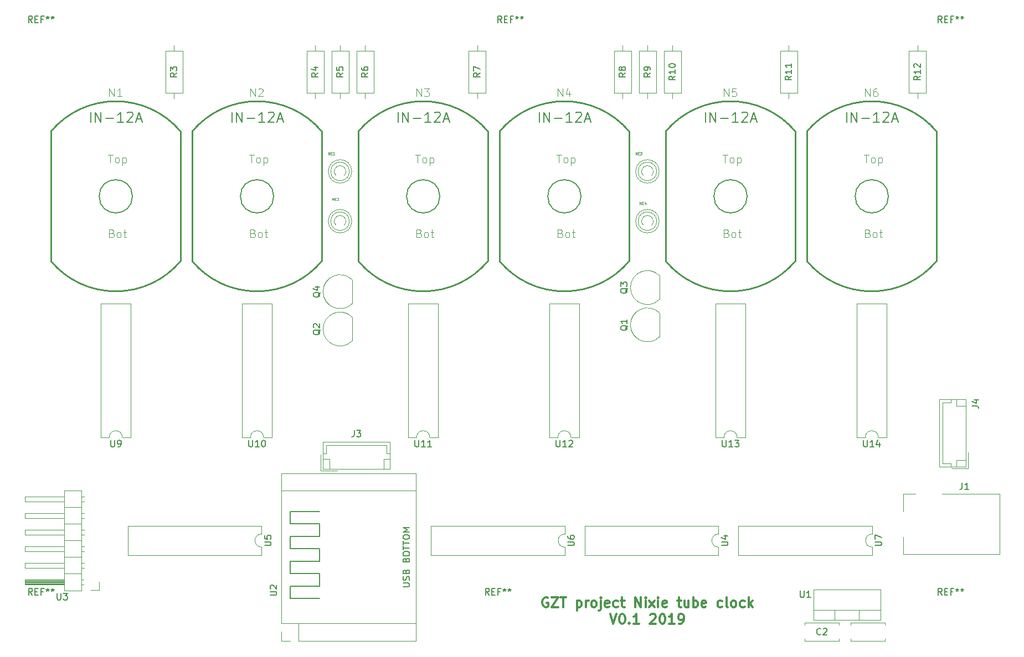
<source format=gto>
G04 #@! TF.FileFunction,Legend,Top*
%FSLAX46Y46*%
G04 Gerber Fmt 4.6, Leading zero omitted, Abs format (unit mm)*
G04 Created by KiCad (PCBNEW 4.0.7-e2-6376~61~ubuntu18.04.1) date Tue Aug 27 15:06:58 2019*
%MOMM*%
%LPD*%
G01*
G04 APERTURE LIST*
%ADD10C,0.100000*%
%ADD11C,0.300000*%
%ADD12C,0.150000*%
%ADD13C,0.120000*%
%ADD14C,0.254000*%
%ADD15C,0.127000*%
%ADD16C,0.000200*%
%ADD17C,0.101600*%
%ADD18C,0.032512*%
G04 APERTURE END LIST*
D10*
D11*
X154965715Y-131325000D02*
X154822858Y-131253571D01*
X154608572Y-131253571D01*
X154394287Y-131325000D01*
X154251429Y-131467857D01*
X154180001Y-131610714D01*
X154108572Y-131896429D01*
X154108572Y-132110714D01*
X154180001Y-132396429D01*
X154251429Y-132539286D01*
X154394287Y-132682143D01*
X154608572Y-132753571D01*
X154751429Y-132753571D01*
X154965715Y-132682143D01*
X155037144Y-132610714D01*
X155037144Y-132110714D01*
X154751429Y-132110714D01*
X155537144Y-131253571D02*
X156537144Y-131253571D01*
X155537144Y-132753571D01*
X156537144Y-132753571D01*
X156894286Y-131253571D02*
X157751429Y-131253571D01*
X157322858Y-132753571D02*
X157322858Y-131253571D01*
X159394286Y-131753571D02*
X159394286Y-133253571D01*
X159394286Y-131825000D02*
X159537143Y-131753571D01*
X159822857Y-131753571D01*
X159965714Y-131825000D01*
X160037143Y-131896429D01*
X160108572Y-132039286D01*
X160108572Y-132467857D01*
X160037143Y-132610714D01*
X159965714Y-132682143D01*
X159822857Y-132753571D01*
X159537143Y-132753571D01*
X159394286Y-132682143D01*
X160751429Y-132753571D02*
X160751429Y-131753571D01*
X160751429Y-132039286D02*
X160822857Y-131896429D01*
X160894286Y-131825000D01*
X161037143Y-131753571D01*
X161180000Y-131753571D01*
X161894286Y-132753571D02*
X161751428Y-132682143D01*
X161680000Y-132610714D01*
X161608571Y-132467857D01*
X161608571Y-132039286D01*
X161680000Y-131896429D01*
X161751428Y-131825000D01*
X161894286Y-131753571D01*
X162108571Y-131753571D01*
X162251428Y-131825000D01*
X162322857Y-131896429D01*
X162394286Y-132039286D01*
X162394286Y-132467857D01*
X162322857Y-132610714D01*
X162251428Y-132682143D01*
X162108571Y-132753571D01*
X161894286Y-132753571D01*
X163037143Y-131753571D02*
X163037143Y-133039286D01*
X162965714Y-133182143D01*
X162822857Y-133253571D01*
X162751429Y-133253571D01*
X163037143Y-131253571D02*
X162965714Y-131325000D01*
X163037143Y-131396429D01*
X163108571Y-131325000D01*
X163037143Y-131253571D01*
X163037143Y-131396429D01*
X164322857Y-132682143D02*
X164180000Y-132753571D01*
X163894286Y-132753571D01*
X163751429Y-132682143D01*
X163680000Y-132539286D01*
X163680000Y-131967857D01*
X163751429Y-131825000D01*
X163894286Y-131753571D01*
X164180000Y-131753571D01*
X164322857Y-131825000D01*
X164394286Y-131967857D01*
X164394286Y-132110714D01*
X163680000Y-132253571D01*
X165680000Y-132682143D02*
X165537143Y-132753571D01*
X165251429Y-132753571D01*
X165108571Y-132682143D01*
X165037143Y-132610714D01*
X164965714Y-132467857D01*
X164965714Y-132039286D01*
X165037143Y-131896429D01*
X165108571Y-131825000D01*
X165251429Y-131753571D01*
X165537143Y-131753571D01*
X165680000Y-131825000D01*
X166108571Y-131753571D02*
X166680000Y-131753571D01*
X166322857Y-131253571D02*
X166322857Y-132539286D01*
X166394285Y-132682143D01*
X166537143Y-132753571D01*
X166680000Y-132753571D01*
X168322857Y-132753571D02*
X168322857Y-131253571D01*
X169180000Y-132753571D01*
X169180000Y-131253571D01*
X169894286Y-132753571D02*
X169894286Y-131753571D01*
X169894286Y-131253571D02*
X169822857Y-131325000D01*
X169894286Y-131396429D01*
X169965714Y-131325000D01*
X169894286Y-131253571D01*
X169894286Y-131396429D01*
X170465715Y-132753571D02*
X171251429Y-131753571D01*
X170465715Y-131753571D02*
X171251429Y-132753571D01*
X171822858Y-132753571D02*
X171822858Y-131753571D01*
X171822858Y-131253571D02*
X171751429Y-131325000D01*
X171822858Y-131396429D01*
X171894286Y-131325000D01*
X171822858Y-131253571D01*
X171822858Y-131396429D01*
X173108572Y-132682143D02*
X172965715Y-132753571D01*
X172680001Y-132753571D01*
X172537144Y-132682143D01*
X172465715Y-132539286D01*
X172465715Y-131967857D01*
X172537144Y-131825000D01*
X172680001Y-131753571D01*
X172965715Y-131753571D01*
X173108572Y-131825000D01*
X173180001Y-131967857D01*
X173180001Y-132110714D01*
X172465715Y-132253571D01*
X174751429Y-131753571D02*
X175322858Y-131753571D01*
X174965715Y-131253571D02*
X174965715Y-132539286D01*
X175037143Y-132682143D01*
X175180001Y-132753571D01*
X175322858Y-132753571D01*
X176465715Y-131753571D02*
X176465715Y-132753571D01*
X175822858Y-131753571D02*
X175822858Y-132539286D01*
X175894286Y-132682143D01*
X176037144Y-132753571D01*
X176251429Y-132753571D01*
X176394286Y-132682143D01*
X176465715Y-132610714D01*
X177180001Y-132753571D02*
X177180001Y-131253571D01*
X177180001Y-131825000D02*
X177322858Y-131753571D01*
X177608572Y-131753571D01*
X177751429Y-131825000D01*
X177822858Y-131896429D01*
X177894287Y-132039286D01*
X177894287Y-132467857D01*
X177822858Y-132610714D01*
X177751429Y-132682143D01*
X177608572Y-132753571D01*
X177322858Y-132753571D01*
X177180001Y-132682143D01*
X179108572Y-132682143D02*
X178965715Y-132753571D01*
X178680001Y-132753571D01*
X178537144Y-132682143D01*
X178465715Y-132539286D01*
X178465715Y-131967857D01*
X178537144Y-131825000D01*
X178680001Y-131753571D01*
X178965715Y-131753571D01*
X179108572Y-131825000D01*
X179180001Y-131967857D01*
X179180001Y-132110714D01*
X178465715Y-132253571D01*
X181608572Y-132682143D02*
X181465715Y-132753571D01*
X181180001Y-132753571D01*
X181037143Y-132682143D01*
X180965715Y-132610714D01*
X180894286Y-132467857D01*
X180894286Y-132039286D01*
X180965715Y-131896429D01*
X181037143Y-131825000D01*
X181180001Y-131753571D01*
X181465715Y-131753571D01*
X181608572Y-131825000D01*
X182465715Y-132753571D02*
X182322857Y-132682143D01*
X182251429Y-132539286D01*
X182251429Y-131253571D01*
X183251429Y-132753571D02*
X183108571Y-132682143D01*
X183037143Y-132610714D01*
X182965714Y-132467857D01*
X182965714Y-132039286D01*
X183037143Y-131896429D01*
X183108571Y-131825000D01*
X183251429Y-131753571D01*
X183465714Y-131753571D01*
X183608571Y-131825000D01*
X183680000Y-131896429D01*
X183751429Y-132039286D01*
X183751429Y-132467857D01*
X183680000Y-132610714D01*
X183608571Y-132682143D01*
X183465714Y-132753571D01*
X183251429Y-132753571D01*
X185037143Y-132682143D02*
X184894286Y-132753571D01*
X184608572Y-132753571D01*
X184465714Y-132682143D01*
X184394286Y-132610714D01*
X184322857Y-132467857D01*
X184322857Y-132039286D01*
X184394286Y-131896429D01*
X184465714Y-131825000D01*
X184608572Y-131753571D01*
X184894286Y-131753571D01*
X185037143Y-131825000D01*
X185680000Y-132753571D02*
X185680000Y-131253571D01*
X185822857Y-132182143D02*
X186251428Y-132753571D01*
X186251428Y-131753571D02*
X185680000Y-132325000D01*
X164465716Y-133803571D02*
X164965716Y-135303571D01*
X165465716Y-133803571D01*
X166251430Y-133803571D02*
X166394287Y-133803571D01*
X166537144Y-133875000D01*
X166608573Y-133946429D01*
X166680002Y-134089286D01*
X166751430Y-134375000D01*
X166751430Y-134732143D01*
X166680002Y-135017857D01*
X166608573Y-135160714D01*
X166537144Y-135232143D01*
X166394287Y-135303571D01*
X166251430Y-135303571D01*
X166108573Y-135232143D01*
X166037144Y-135160714D01*
X165965716Y-135017857D01*
X165894287Y-134732143D01*
X165894287Y-134375000D01*
X165965716Y-134089286D01*
X166037144Y-133946429D01*
X166108573Y-133875000D01*
X166251430Y-133803571D01*
X167394287Y-135160714D02*
X167465715Y-135232143D01*
X167394287Y-135303571D01*
X167322858Y-135232143D01*
X167394287Y-135160714D01*
X167394287Y-135303571D01*
X168894287Y-135303571D02*
X168037144Y-135303571D01*
X168465716Y-135303571D02*
X168465716Y-133803571D01*
X168322859Y-134017857D01*
X168180001Y-134160714D01*
X168037144Y-134232143D01*
X170608572Y-133946429D02*
X170680001Y-133875000D01*
X170822858Y-133803571D01*
X171180001Y-133803571D01*
X171322858Y-133875000D01*
X171394287Y-133946429D01*
X171465715Y-134089286D01*
X171465715Y-134232143D01*
X171394287Y-134446429D01*
X170537144Y-135303571D01*
X171465715Y-135303571D01*
X172394286Y-133803571D02*
X172537143Y-133803571D01*
X172680000Y-133875000D01*
X172751429Y-133946429D01*
X172822858Y-134089286D01*
X172894286Y-134375000D01*
X172894286Y-134732143D01*
X172822858Y-135017857D01*
X172751429Y-135160714D01*
X172680000Y-135232143D01*
X172537143Y-135303571D01*
X172394286Y-135303571D01*
X172251429Y-135232143D01*
X172180000Y-135160714D01*
X172108572Y-135017857D01*
X172037143Y-134732143D01*
X172037143Y-134375000D01*
X172108572Y-134089286D01*
X172180000Y-133946429D01*
X172251429Y-133875000D01*
X172394286Y-133803571D01*
X174322857Y-135303571D02*
X173465714Y-135303571D01*
X173894286Y-135303571D02*
X173894286Y-133803571D01*
X173751429Y-134017857D01*
X173608571Y-134160714D01*
X173465714Y-134232143D01*
X175037142Y-135303571D02*
X175322857Y-135303571D01*
X175465714Y-135232143D01*
X175537142Y-135160714D01*
X175680000Y-134946429D01*
X175751428Y-134660714D01*
X175751428Y-134089286D01*
X175680000Y-133946429D01*
X175608571Y-133875000D01*
X175465714Y-133803571D01*
X175180000Y-133803571D01*
X175037142Y-133875000D01*
X174965714Y-133946429D01*
X174894285Y-134089286D01*
X174894285Y-134446429D01*
X174965714Y-134589286D01*
X175037142Y-134660714D01*
X175180000Y-134732143D01*
X175465714Y-134732143D01*
X175608571Y-134660714D01*
X175680000Y-134589286D01*
X175751428Y-134446429D01*
D12*
X120015000Y-131445000D02*
X115570000Y-131445000D01*
X115570000Y-131445000D02*
X115570000Y-129540000D01*
X115570000Y-129540000D02*
X120015000Y-129540000D01*
X120015000Y-129540000D02*
X120015000Y-128270000D01*
X120015000Y-128270000D02*
X120015000Y-127635000D01*
X120015000Y-127635000D02*
X115570000Y-127635000D01*
X115570000Y-127635000D02*
X115570000Y-125730000D01*
X115570000Y-125730000D02*
X120015000Y-125730000D01*
X120015000Y-125730000D02*
X120015000Y-123825000D01*
X120015000Y-123825000D02*
X115570000Y-123825000D01*
X115570000Y-123825000D02*
X115570000Y-121920000D01*
X115570000Y-121920000D02*
X120015000Y-121920000D01*
X120015000Y-121920000D02*
X120015000Y-120015000D01*
X120015000Y-120015000D02*
X115570000Y-120015000D01*
X115570000Y-120015000D02*
X115570000Y-118110000D01*
X115570000Y-118110000D02*
X119380000Y-118110000D01*
X119380000Y-118110000D02*
X120015000Y-118110000D01*
D13*
X114170000Y-114935000D02*
X134750000Y-114935000D01*
X116840000Y-135255000D02*
X134750000Y-135255000D01*
X114170000Y-136525000D02*
X114170000Y-137925000D01*
X114170000Y-137925000D02*
X115570000Y-137925000D01*
X114170000Y-135255000D02*
X116840000Y-135255000D01*
X116840000Y-135255000D02*
X116840000Y-137925000D01*
X116840000Y-137925000D02*
X134750000Y-137925000D01*
X134750000Y-137925000D02*
X134750000Y-112275000D01*
X134750000Y-112265000D02*
X114170000Y-112265000D01*
X114170000Y-112275000D02*
X114170000Y-135255000D01*
X120540000Y-107470000D02*
X120540000Y-111570000D01*
X120540000Y-111570000D02*
X130840000Y-111570000D01*
X130840000Y-111570000D02*
X130840000Y-107470000D01*
X130840000Y-107470000D02*
X120540000Y-107470000D01*
X120540000Y-109220000D02*
X121040000Y-109220000D01*
X121040000Y-109220000D02*
X121040000Y-107970000D01*
X121040000Y-107970000D02*
X130340000Y-107970000D01*
X130340000Y-107970000D02*
X130340000Y-109220000D01*
X130340000Y-109220000D02*
X130840000Y-109220000D01*
X120540000Y-110070000D02*
X121540000Y-110070000D01*
X121540000Y-110070000D02*
X121540000Y-111570000D01*
X130840000Y-110070000D02*
X129840000Y-110070000D01*
X129840000Y-110070000D02*
X129840000Y-111570000D01*
X120240000Y-109370000D02*
X120240000Y-111870000D01*
X120240000Y-111870000D02*
X122740000Y-111870000D01*
X87900000Y-106740000D02*
G75*
G02X89900000Y-106740000I1000000J0D01*
G01*
X89900000Y-106740000D02*
X91150000Y-106740000D01*
X91150000Y-106740000D02*
X91150000Y-86300000D01*
X91150000Y-86300000D02*
X86650000Y-86300000D01*
X86650000Y-86300000D02*
X86650000Y-106740000D01*
X86650000Y-106740000D02*
X87900000Y-106740000D01*
X172030000Y-91335000D02*
X172030000Y-87735000D01*
X172018478Y-91373478D02*
G75*
G02X167580000Y-89535000I-1838478J1838478D01*
G01*
X172018478Y-87696522D02*
G75*
G03X167580000Y-89535000I-1838478J-1838478D01*
G01*
X125040000Y-91970000D02*
X125040000Y-88370000D01*
X125028478Y-92008478D02*
G75*
G02X120590000Y-90170000I-1838478J1838478D01*
G01*
X125028478Y-88331522D02*
G75*
G03X120590000Y-90170000I-1838478J-1838478D01*
G01*
X172030000Y-85620000D02*
X172030000Y-82020000D01*
X172018478Y-85658478D02*
G75*
G02X167580000Y-83820000I-1838478J1838478D01*
G01*
X172018478Y-81981522D02*
G75*
G03X167580000Y-83820000I-1838478J-1838478D01*
G01*
X125040000Y-86255000D02*
X125040000Y-82655000D01*
X125028478Y-86293478D02*
G75*
G02X120590000Y-84455000I-1838478J1838478D01*
G01*
X125028478Y-82616522D02*
G75*
G03X120590000Y-84455000I-1838478J-1838478D01*
G01*
X99100000Y-47590000D02*
X96480000Y-47590000D01*
X96480000Y-47590000D02*
X96480000Y-54010000D01*
X96480000Y-54010000D02*
X99100000Y-54010000D01*
X99100000Y-54010000D02*
X99100000Y-47590000D01*
X97790000Y-46700000D02*
X97790000Y-47590000D01*
X97790000Y-54900000D02*
X97790000Y-54010000D01*
X120690000Y-47590000D02*
X118070000Y-47590000D01*
X118070000Y-47590000D02*
X118070000Y-54010000D01*
X118070000Y-54010000D02*
X120690000Y-54010000D01*
X120690000Y-54010000D02*
X120690000Y-47590000D01*
X119380000Y-46700000D02*
X119380000Y-47590000D01*
X119380000Y-54900000D02*
X119380000Y-54010000D01*
X124500000Y-47590000D02*
X121880000Y-47590000D01*
X121880000Y-47590000D02*
X121880000Y-54010000D01*
X121880000Y-54010000D02*
X124500000Y-54010000D01*
X124500000Y-54010000D02*
X124500000Y-47590000D01*
X123190000Y-46700000D02*
X123190000Y-47590000D01*
X123190000Y-54900000D02*
X123190000Y-54010000D01*
X128310000Y-47590000D02*
X125690000Y-47590000D01*
X125690000Y-47590000D02*
X125690000Y-54010000D01*
X125690000Y-54010000D02*
X128310000Y-54010000D01*
X128310000Y-54010000D02*
X128310000Y-47590000D01*
X127000000Y-46700000D02*
X127000000Y-47590000D01*
X127000000Y-54900000D02*
X127000000Y-54010000D01*
X145455000Y-47590000D02*
X142835000Y-47590000D01*
X142835000Y-47590000D02*
X142835000Y-54010000D01*
X142835000Y-54010000D02*
X145455000Y-54010000D01*
X145455000Y-54010000D02*
X145455000Y-47590000D01*
X144145000Y-46700000D02*
X144145000Y-47590000D01*
X144145000Y-54900000D02*
X144145000Y-54010000D01*
X167680000Y-47590000D02*
X165060000Y-47590000D01*
X165060000Y-47590000D02*
X165060000Y-54010000D01*
X165060000Y-54010000D02*
X167680000Y-54010000D01*
X167680000Y-54010000D02*
X167680000Y-47590000D01*
X166370000Y-46700000D02*
X166370000Y-47590000D01*
X166370000Y-54900000D02*
X166370000Y-54010000D01*
X171490000Y-47590000D02*
X168870000Y-47590000D01*
X168870000Y-47590000D02*
X168870000Y-54010000D01*
X168870000Y-54010000D02*
X171490000Y-54010000D01*
X171490000Y-54010000D02*
X171490000Y-47590000D01*
X170180000Y-46700000D02*
X170180000Y-47590000D01*
X170180000Y-54900000D02*
X170180000Y-54010000D01*
X175300000Y-47590000D02*
X172680000Y-47590000D01*
X172680000Y-47590000D02*
X172680000Y-54010000D01*
X172680000Y-54010000D02*
X175300000Y-54010000D01*
X175300000Y-54010000D02*
X175300000Y-47590000D01*
X173990000Y-46700000D02*
X173990000Y-47590000D01*
X173990000Y-54900000D02*
X173990000Y-54010000D01*
X193080000Y-47590000D02*
X190460000Y-47590000D01*
X190460000Y-47590000D02*
X190460000Y-54010000D01*
X190460000Y-54010000D02*
X193080000Y-54010000D01*
X193080000Y-54010000D02*
X193080000Y-47590000D01*
X191770000Y-46700000D02*
X191770000Y-47590000D01*
X191770000Y-54900000D02*
X191770000Y-54010000D01*
X212765000Y-47590000D02*
X210145000Y-47590000D01*
X210145000Y-47590000D02*
X210145000Y-54010000D01*
X210145000Y-54010000D02*
X212765000Y-54010000D01*
X212765000Y-54010000D02*
X212765000Y-47590000D01*
X211455000Y-46700000D02*
X211455000Y-47590000D01*
X211455000Y-54900000D02*
X211455000Y-54010000D01*
X83650000Y-130235000D02*
X83650000Y-114875000D01*
X83650000Y-114875000D02*
X80990000Y-114875000D01*
X80990000Y-114875000D02*
X80990000Y-130235000D01*
X80990000Y-130235000D02*
X83650000Y-130235000D01*
X80990000Y-129285000D02*
X74990000Y-129285000D01*
X74990000Y-129285000D02*
X74990000Y-128525000D01*
X74990000Y-128525000D02*
X80990000Y-128525000D01*
X80990000Y-129225000D02*
X74990000Y-129225000D01*
X80990000Y-129105000D02*
X74990000Y-129105000D01*
X80990000Y-128985000D02*
X74990000Y-128985000D01*
X80990000Y-128865000D02*
X74990000Y-128865000D01*
X80990000Y-128745000D02*
X74990000Y-128745000D01*
X80990000Y-128625000D02*
X74990000Y-128625000D01*
X83980000Y-129285000D02*
X83650000Y-129285000D01*
X83980000Y-128525000D02*
X83650000Y-128525000D01*
X83650000Y-127635000D02*
X80990000Y-127635000D01*
X80990000Y-126745000D02*
X74990000Y-126745000D01*
X74990000Y-126745000D02*
X74990000Y-125985000D01*
X74990000Y-125985000D02*
X80990000Y-125985000D01*
X84047071Y-126745000D02*
X83650000Y-126745000D01*
X84047071Y-125985000D02*
X83650000Y-125985000D01*
X83650000Y-125095000D02*
X80990000Y-125095000D01*
X80990000Y-124205000D02*
X74990000Y-124205000D01*
X74990000Y-124205000D02*
X74990000Y-123445000D01*
X74990000Y-123445000D02*
X80990000Y-123445000D01*
X84047071Y-124205000D02*
X83650000Y-124205000D01*
X84047071Y-123445000D02*
X83650000Y-123445000D01*
X83650000Y-122555000D02*
X80990000Y-122555000D01*
X80990000Y-121665000D02*
X74990000Y-121665000D01*
X74990000Y-121665000D02*
X74990000Y-120905000D01*
X74990000Y-120905000D02*
X80990000Y-120905000D01*
X84047071Y-121665000D02*
X83650000Y-121665000D01*
X84047071Y-120905000D02*
X83650000Y-120905000D01*
X83650000Y-120015000D02*
X80990000Y-120015000D01*
X80990000Y-119125000D02*
X74990000Y-119125000D01*
X74990000Y-119125000D02*
X74990000Y-118365000D01*
X74990000Y-118365000D02*
X80990000Y-118365000D01*
X84047071Y-119125000D02*
X83650000Y-119125000D01*
X84047071Y-118365000D02*
X83650000Y-118365000D01*
X83650000Y-117475000D02*
X80990000Y-117475000D01*
X80990000Y-116585000D02*
X74990000Y-116585000D01*
X74990000Y-116585000D02*
X74990000Y-115825000D01*
X74990000Y-115825000D02*
X80990000Y-115825000D01*
X84047071Y-116585000D02*
X83650000Y-116585000D01*
X84047071Y-115825000D02*
X83650000Y-115825000D01*
X86360000Y-128905000D02*
X86360000Y-130175000D01*
X86360000Y-130175000D02*
X85090000Y-130175000D01*
X109490000Y-106740000D02*
G75*
G02X111490000Y-106740000I1000000J0D01*
G01*
X111490000Y-106740000D02*
X112740000Y-106740000D01*
X112740000Y-106740000D02*
X112740000Y-86300000D01*
X112740000Y-86300000D02*
X108240000Y-86300000D01*
X108240000Y-86300000D02*
X108240000Y-106740000D01*
X108240000Y-106740000D02*
X109490000Y-106740000D01*
X134890000Y-106740000D02*
G75*
G02X136890000Y-106740000I1000000J0D01*
G01*
X136890000Y-106740000D02*
X138140000Y-106740000D01*
X138140000Y-106740000D02*
X138140000Y-86300000D01*
X138140000Y-86300000D02*
X133640000Y-86300000D01*
X133640000Y-86300000D02*
X133640000Y-106740000D01*
X133640000Y-106740000D02*
X134890000Y-106740000D01*
X156480000Y-106740000D02*
G75*
G02X158480000Y-106740000I1000000J0D01*
G01*
X158480000Y-106740000D02*
X159730000Y-106740000D01*
X159730000Y-106740000D02*
X159730000Y-86300000D01*
X159730000Y-86300000D02*
X155230000Y-86300000D01*
X155230000Y-86300000D02*
X155230000Y-106740000D01*
X155230000Y-106740000D02*
X156480000Y-106740000D01*
X181880000Y-106740000D02*
G75*
G02X183880000Y-106740000I1000000J0D01*
G01*
X183880000Y-106740000D02*
X185130000Y-106740000D01*
X185130000Y-106740000D02*
X185130000Y-86300000D01*
X185130000Y-86300000D02*
X180630000Y-86300000D01*
X180630000Y-86300000D02*
X180630000Y-106740000D01*
X180630000Y-106740000D02*
X181880000Y-106740000D01*
X203470000Y-106740000D02*
G75*
G02X205470000Y-106740000I1000000J0D01*
G01*
X205470000Y-106740000D02*
X206720000Y-106740000D01*
X206720000Y-106740000D02*
X206720000Y-86300000D01*
X206720000Y-86300000D02*
X202220000Y-86300000D01*
X202220000Y-86300000D02*
X202220000Y-106740000D01*
X202220000Y-106740000D02*
X203470000Y-106740000D01*
D14*
X78978125Y-79771874D02*
G75*
G03X98821875Y-79771875I9921875J8325441D01*
G01*
X98821875Y-59928125D02*
X98821875Y-79771875D01*
X78978125Y-79771875D02*
X78978125Y-59928125D01*
D15*
X91440000Y-69850000D02*
G75*
G03X91440000Y-69850000I-2540000J0D01*
G01*
D14*
X78978125Y-59928126D02*
G75*
G02X98821875Y-59928125I9921875J-8325441D01*
G01*
X100568125Y-79771874D02*
G75*
G03X120411875Y-79771875I9921875J8325441D01*
G01*
X120411875Y-59928125D02*
X120411875Y-79771875D01*
X100568125Y-79771875D02*
X100568125Y-59928125D01*
D15*
X113030000Y-69850000D02*
G75*
G03X113030000Y-69850000I-2540000J0D01*
G01*
D14*
X100568125Y-59928126D02*
G75*
G02X120411875Y-59928125I9921875J-8325441D01*
G01*
X125968125Y-79771874D02*
G75*
G03X145811875Y-79771875I9921875J8325441D01*
G01*
X145811875Y-59928125D02*
X145811875Y-79771875D01*
X125968125Y-79771875D02*
X125968125Y-59928125D01*
D15*
X138430000Y-69850000D02*
G75*
G03X138430000Y-69850000I-2540000J0D01*
G01*
D14*
X125968125Y-59928126D02*
G75*
G02X145811875Y-59928125I9921875J-8325441D01*
G01*
X147558125Y-79771874D02*
G75*
G03X167401875Y-79771875I9921875J8325441D01*
G01*
X167401875Y-59928125D02*
X167401875Y-79771875D01*
X147558125Y-79771875D02*
X147558125Y-59928125D01*
D15*
X160020000Y-69850000D02*
G75*
G03X160020000Y-69850000I-2540000J0D01*
G01*
D14*
X147558125Y-59928126D02*
G75*
G02X167401875Y-59928125I9921875J-8325441D01*
G01*
X172958125Y-79771874D02*
G75*
G03X192801875Y-79771875I9921875J8325441D01*
G01*
X192801875Y-59928125D02*
X192801875Y-79771875D01*
X172958125Y-79771875D02*
X172958125Y-59928125D01*
D15*
X185420000Y-69850000D02*
G75*
G03X185420000Y-69850000I-2540000J0D01*
G01*
D14*
X172958125Y-59928126D02*
G75*
G02X192801875Y-59928125I9921875J-8325441D01*
G01*
X194548125Y-79771874D02*
G75*
G03X214391875Y-79771875I9921875J8325441D01*
G01*
X214391875Y-59928125D02*
X214391875Y-79771875D01*
X194548125Y-79771875D02*
X194548125Y-59928125D01*
D15*
X207010000Y-69850000D02*
G75*
G03X207010000Y-69850000I-2540000J0D01*
G01*
D14*
X194548125Y-59928126D02*
G75*
G02X214391875Y-59928125I9921875J-8325441D01*
G01*
D16*
X169545000Y-74295000D02*
G75*
G02X170815000Y-74295000I635000J635000D01*
G01*
X171976000Y-73660000D02*
G75*
G03X171976000Y-73660000I-1796000J0D01*
G01*
X171599900Y-73660000D02*
G75*
G03X171599900Y-73660000I-1419900J0D01*
G01*
X169545000Y-66675000D02*
G75*
G02X170815000Y-66675000I635000J635000D01*
G01*
X171976000Y-66040000D02*
G75*
G03X171976000Y-66040000I-1796000J0D01*
G01*
X171599900Y-66040000D02*
G75*
G03X171599900Y-66040000I-1419900J0D01*
G01*
X122555000Y-74295000D02*
G75*
G02X123825000Y-74295000I635000J635000D01*
G01*
X124986000Y-73660000D02*
G75*
G03X124986000Y-73660000I-1796000J0D01*
G01*
X124609900Y-73660000D02*
G75*
G03X124609900Y-73660000I-1419900J0D01*
G01*
X122555000Y-66675000D02*
G75*
G02X123825000Y-66675000I635000J635000D01*
G01*
X124986000Y-66040000D02*
G75*
G03X124986000Y-66040000I-1796000J0D01*
G01*
X124609900Y-66040000D02*
G75*
G03X124609900Y-66040000I-1419900J0D01*
G01*
D13*
X181035000Y-123555000D02*
G75*
G02X181035000Y-121555000I0J1000000D01*
G01*
X181035000Y-121555000D02*
X181035000Y-120305000D01*
X181035000Y-120305000D02*
X160595000Y-120305000D01*
X160595000Y-120305000D02*
X160595000Y-124805000D01*
X160595000Y-124805000D02*
X181035000Y-124805000D01*
X181035000Y-124805000D02*
X181035000Y-123555000D01*
X111185000Y-123555000D02*
G75*
G02X111185000Y-121555000I0J1000000D01*
G01*
X111185000Y-121555000D02*
X111185000Y-120305000D01*
X111185000Y-120305000D02*
X90745000Y-120305000D01*
X90745000Y-120305000D02*
X90745000Y-124805000D01*
X90745000Y-124805000D02*
X111185000Y-124805000D01*
X111185000Y-124805000D02*
X111185000Y-123555000D01*
X157540000Y-123555000D02*
G75*
G02X157540000Y-121555000I0J1000000D01*
G01*
X157540000Y-121555000D02*
X157540000Y-120305000D01*
X157540000Y-120305000D02*
X137100000Y-120305000D01*
X137100000Y-120305000D02*
X137100000Y-124805000D01*
X137100000Y-124805000D02*
X157540000Y-124805000D01*
X157540000Y-124805000D02*
X157540000Y-123555000D01*
X204530000Y-123555000D02*
G75*
G02X204530000Y-121555000I0J1000000D01*
G01*
X204530000Y-121555000D02*
X204530000Y-120305000D01*
X204530000Y-120305000D02*
X184090000Y-120305000D01*
X184090000Y-120305000D02*
X184090000Y-124805000D01*
X184090000Y-124805000D02*
X204530000Y-124805000D01*
X204530000Y-124805000D02*
X204530000Y-123555000D01*
X214785000Y-111235000D02*
X218885000Y-111235000D01*
X218885000Y-111235000D02*
X218885000Y-100935000D01*
X218885000Y-100935000D02*
X214785000Y-100935000D01*
X214785000Y-100935000D02*
X214785000Y-111235000D01*
X216535000Y-111235000D02*
X216535000Y-110735000D01*
X216535000Y-110735000D02*
X215285000Y-110735000D01*
X215285000Y-110735000D02*
X215285000Y-101435000D01*
X215285000Y-101435000D02*
X216535000Y-101435000D01*
X216535000Y-101435000D02*
X216535000Y-100935000D01*
X217385000Y-111235000D02*
X217385000Y-110235000D01*
X217385000Y-110235000D02*
X218885000Y-110235000D01*
X217385000Y-100935000D02*
X217385000Y-101935000D01*
X217385000Y-101935000D02*
X218885000Y-101935000D01*
X216685000Y-111535000D02*
X219185000Y-111535000D01*
X219185000Y-111535000D02*
X219185000Y-109035000D01*
X206495000Y-137895000D02*
X201255000Y-137895000D01*
X206495000Y-135155000D02*
X201255000Y-135155000D01*
X206495000Y-137895000D02*
X206495000Y-137580000D01*
X206495000Y-135470000D02*
X206495000Y-135155000D01*
X201255000Y-137895000D02*
X201255000Y-137580000D01*
X201255000Y-135470000D02*
X201255000Y-135155000D01*
X194190000Y-135155000D02*
X199430000Y-135155000D01*
X194190000Y-137895000D02*
X199430000Y-137895000D01*
X194190000Y-135155000D02*
X194190000Y-135470000D01*
X194190000Y-137580000D02*
X194190000Y-137895000D01*
X199430000Y-135155000D02*
X199430000Y-135470000D01*
X199430000Y-137580000D02*
X199430000Y-137895000D01*
X215185000Y-115415000D02*
X223985000Y-115415000D01*
X223985000Y-115415000D02*
X223985000Y-124615000D01*
X209285000Y-118115000D02*
X209285000Y-115415000D01*
X209285000Y-115415000D02*
X211185000Y-115415000D01*
X223985000Y-124615000D02*
X209285000Y-124615000D01*
X209285000Y-124615000D02*
X209285000Y-122015000D01*
X205780000Y-134700000D02*
X195540000Y-134700000D01*
X205780000Y-130059000D02*
X195540000Y-130059000D01*
X205780000Y-134700000D02*
X205780000Y-130059000D01*
X195540000Y-134700000D02*
X195540000Y-130059000D01*
X205780000Y-133190000D02*
X195540000Y-133190000D01*
X202510000Y-134700000D02*
X202510000Y-133190000D01*
X198809000Y-134700000D02*
X198809000Y-133190000D01*
D12*
X112482381Y-130936905D02*
X113291905Y-130936905D01*
X113387143Y-130889286D01*
X113434762Y-130841667D01*
X113482381Y-130746429D01*
X113482381Y-130555952D01*
X113434762Y-130460714D01*
X113387143Y-130413095D01*
X113291905Y-130365476D01*
X112482381Y-130365476D01*
X112577619Y-129936905D02*
X112530000Y-129889286D01*
X112482381Y-129794048D01*
X112482381Y-129555952D01*
X112530000Y-129460714D01*
X112577619Y-129413095D01*
X112672857Y-129365476D01*
X112768095Y-129365476D01*
X112910952Y-129413095D01*
X113482381Y-129984524D01*
X113482381Y-129365476D01*
X132802381Y-129618810D02*
X133611905Y-129618810D01*
X133707143Y-129571191D01*
X133754762Y-129523572D01*
X133802381Y-129428334D01*
X133802381Y-129237857D01*
X133754762Y-129142619D01*
X133707143Y-129095000D01*
X133611905Y-129047381D01*
X132802381Y-129047381D01*
X133754762Y-128618810D02*
X133802381Y-128475953D01*
X133802381Y-128237857D01*
X133754762Y-128142619D01*
X133707143Y-128095000D01*
X133611905Y-128047381D01*
X133516667Y-128047381D01*
X133421429Y-128095000D01*
X133373810Y-128142619D01*
X133326190Y-128237857D01*
X133278571Y-128428334D01*
X133230952Y-128523572D01*
X133183333Y-128571191D01*
X133088095Y-128618810D01*
X132992857Y-128618810D01*
X132897619Y-128571191D01*
X132850000Y-128523572D01*
X132802381Y-128428334D01*
X132802381Y-128190238D01*
X132850000Y-128047381D01*
X133278571Y-127285476D02*
X133326190Y-127142619D01*
X133373810Y-127095000D01*
X133469048Y-127047381D01*
X133611905Y-127047381D01*
X133707143Y-127095000D01*
X133754762Y-127142619D01*
X133802381Y-127237857D01*
X133802381Y-127618810D01*
X132802381Y-127618810D01*
X132802381Y-127285476D01*
X132850000Y-127190238D01*
X132897619Y-127142619D01*
X132992857Y-127095000D01*
X133088095Y-127095000D01*
X133183333Y-127142619D01*
X133230952Y-127190238D01*
X133278571Y-127285476D01*
X133278571Y-127618810D01*
X133278571Y-125523571D02*
X133326190Y-125380714D01*
X133373810Y-125333095D01*
X133469048Y-125285476D01*
X133611905Y-125285476D01*
X133707143Y-125333095D01*
X133754762Y-125380714D01*
X133802381Y-125475952D01*
X133802381Y-125856905D01*
X132802381Y-125856905D01*
X132802381Y-125523571D01*
X132850000Y-125428333D01*
X132897619Y-125380714D01*
X132992857Y-125333095D01*
X133088095Y-125333095D01*
X133183333Y-125380714D01*
X133230952Y-125428333D01*
X133278571Y-125523571D01*
X133278571Y-125856905D01*
X132802381Y-124666429D02*
X132802381Y-124475952D01*
X132850000Y-124380714D01*
X132945238Y-124285476D01*
X133135714Y-124237857D01*
X133469048Y-124237857D01*
X133659524Y-124285476D01*
X133754762Y-124380714D01*
X133802381Y-124475952D01*
X133802381Y-124666429D01*
X133754762Y-124761667D01*
X133659524Y-124856905D01*
X133469048Y-124904524D01*
X133135714Y-124904524D01*
X132945238Y-124856905D01*
X132850000Y-124761667D01*
X132802381Y-124666429D01*
X132802381Y-123952143D02*
X132802381Y-123380714D01*
X133802381Y-123666429D02*
X132802381Y-123666429D01*
X132802381Y-123190238D02*
X132802381Y-122618809D01*
X133802381Y-122904524D02*
X132802381Y-122904524D01*
X132802381Y-122095000D02*
X132802381Y-121904523D01*
X132850000Y-121809285D01*
X132945238Y-121714047D01*
X133135714Y-121666428D01*
X133469048Y-121666428D01*
X133659524Y-121714047D01*
X133754762Y-121809285D01*
X133802381Y-121904523D01*
X133802381Y-122095000D01*
X133754762Y-122190238D01*
X133659524Y-122285476D01*
X133469048Y-122333095D01*
X133135714Y-122333095D01*
X132945238Y-122285476D01*
X132850000Y-122190238D01*
X132802381Y-122095000D01*
X133802381Y-121237857D02*
X132802381Y-121237857D01*
X133516667Y-120904523D01*
X132802381Y-120571190D01*
X133802381Y-120571190D01*
X125356667Y-105672381D02*
X125356667Y-106386667D01*
X125309047Y-106529524D01*
X125213809Y-106624762D01*
X125070952Y-106672381D01*
X124975714Y-106672381D01*
X125737619Y-105672381D02*
X126356667Y-105672381D01*
X126023333Y-106053333D01*
X126166191Y-106053333D01*
X126261429Y-106100952D01*
X126309048Y-106148571D01*
X126356667Y-106243810D01*
X126356667Y-106481905D01*
X126309048Y-106577143D01*
X126261429Y-106624762D01*
X126166191Y-106672381D01*
X125880476Y-106672381D01*
X125785238Y-106624762D01*
X125737619Y-106577143D01*
X88138095Y-107192381D02*
X88138095Y-108001905D01*
X88185714Y-108097143D01*
X88233333Y-108144762D01*
X88328571Y-108192381D01*
X88519048Y-108192381D01*
X88614286Y-108144762D01*
X88661905Y-108097143D01*
X88709524Y-108001905D01*
X88709524Y-107192381D01*
X89233333Y-108192381D02*
X89423809Y-108192381D01*
X89519048Y-108144762D01*
X89566667Y-108097143D01*
X89661905Y-107954286D01*
X89709524Y-107763810D01*
X89709524Y-107382857D01*
X89661905Y-107287619D01*
X89614286Y-107240000D01*
X89519048Y-107192381D01*
X89328571Y-107192381D01*
X89233333Y-107240000D01*
X89185714Y-107287619D01*
X89138095Y-107382857D01*
X89138095Y-107620952D01*
X89185714Y-107716190D01*
X89233333Y-107763810D01*
X89328571Y-107811429D01*
X89519048Y-107811429D01*
X89614286Y-107763810D01*
X89661905Y-107716190D01*
X89709524Y-107620952D01*
X167167619Y-89630238D02*
X167120000Y-89725476D01*
X167024762Y-89820714D01*
X166881905Y-89963571D01*
X166834286Y-90058810D01*
X166834286Y-90154048D01*
X167072381Y-90106429D02*
X167024762Y-90201667D01*
X166929524Y-90296905D01*
X166739048Y-90344524D01*
X166405714Y-90344524D01*
X166215238Y-90296905D01*
X166120000Y-90201667D01*
X166072381Y-90106429D01*
X166072381Y-89915952D01*
X166120000Y-89820714D01*
X166215238Y-89725476D01*
X166405714Y-89677857D01*
X166739048Y-89677857D01*
X166929524Y-89725476D01*
X167024762Y-89820714D01*
X167072381Y-89915952D01*
X167072381Y-90106429D01*
X167072381Y-88725476D02*
X167072381Y-89296905D01*
X167072381Y-89011191D02*
X166072381Y-89011191D01*
X166215238Y-89106429D01*
X166310476Y-89201667D01*
X166358095Y-89296905D01*
X120177619Y-90265238D02*
X120130000Y-90360476D01*
X120034762Y-90455714D01*
X119891905Y-90598571D01*
X119844286Y-90693810D01*
X119844286Y-90789048D01*
X120082381Y-90741429D02*
X120034762Y-90836667D01*
X119939524Y-90931905D01*
X119749048Y-90979524D01*
X119415714Y-90979524D01*
X119225238Y-90931905D01*
X119130000Y-90836667D01*
X119082381Y-90741429D01*
X119082381Y-90550952D01*
X119130000Y-90455714D01*
X119225238Y-90360476D01*
X119415714Y-90312857D01*
X119749048Y-90312857D01*
X119939524Y-90360476D01*
X120034762Y-90455714D01*
X120082381Y-90550952D01*
X120082381Y-90741429D01*
X119177619Y-89931905D02*
X119130000Y-89884286D01*
X119082381Y-89789048D01*
X119082381Y-89550952D01*
X119130000Y-89455714D01*
X119177619Y-89408095D01*
X119272857Y-89360476D01*
X119368095Y-89360476D01*
X119510952Y-89408095D01*
X120082381Y-89979524D01*
X120082381Y-89360476D01*
X167167619Y-83915238D02*
X167120000Y-84010476D01*
X167024762Y-84105714D01*
X166881905Y-84248571D01*
X166834286Y-84343810D01*
X166834286Y-84439048D01*
X167072381Y-84391429D02*
X167024762Y-84486667D01*
X166929524Y-84581905D01*
X166739048Y-84629524D01*
X166405714Y-84629524D01*
X166215238Y-84581905D01*
X166120000Y-84486667D01*
X166072381Y-84391429D01*
X166072381Y-84200952D01*
X166120000Y-84105714D01*
X166215238Y-84010476D01*
X166405714Y-83962857D01*
X166739048Y-83962857D01*
X166929524Y-84010476D01*
X167024762Y-84105714D01*
X167072381Y-84200952D01*
X167072381Y-84391429D01*
X166072381Y-83629524D02*
X166072381Y-83010476D01*
X166453333Y-83343810D01*
X166453333Y-83200952D01*
X166500952Y-83105714D01*
X166548571Y-83058095D01*
X166643810Y-83010476D01*
X166881905Y-83010476D01*
X166977143Y-83058095D01*
X167024762Y-83105714D01*
X167072381Y-83200952D01*
X167072381Y-83486667D01*
X167024762Y-83581905D01*
X166977143Y-83629524D01*
X120177619Y-84550238D02*
X120130000Y-84645476D01*
X120034762Y-84740714D01*
X119891905Y-84883571D01*
X119844286Y-84978810D01*
X119844286Y-85074048D01*
X120082381Y-85026429D02*
X120034762Y-85121667D01*
X119939524Y-85216905D01*
X119749048Y-85264524D01*
X119415714Y-85264524D01*
X119225238Y-85216905D01*
X119130000Y-85121667D01*
X119082381Y-85026429D01*
X119082381Y-84835952D01*
X119130000Y-84740714D01*
X119225238Y-84645476D01*
X119415714Y-84597857D01*
X119749048Y-84597857D01*
X119939524Y-84645476D01*
X120034762Y-84740714D01*
X120082381Y-84835952D01*
X120082381Y-85026429D01*
X119415714Y-83740714D02*
X120082381Y-83740714D01*
X119034762Y-83978810D02*
X119749048Y-84216905D01*
X119749048Y-83597857D01*
X98242381Y-50966666D02*
X97766190Y-51300000D01*
X98242381Y-51538095D02*
X97242381Y-51538095D01*
X97242381Y-51157142D01*
X97290000Y-51061904D01*
X97337619Y-51014285D01*
X97432857Y-50966666D01*
X97575714Y-50966666D01*
X97670952Y-51014285D01*
X97718571Y-51061904D01*
X97766190Y-51157142D01*
X97766190Y-51538095D01*
X97242381Y-50633333D02*
X97242381Y-50014285D01*
X97623333Y-50347619D01*
X97623333Y-50204761D01*
X97670952Y-50109523D01*
X97718571Y-50061904D01*
X97813810Y-50014285D01*
X98051905Y-50014285D01*
X98147143Y-50061904D01*
X98194762Y-50109523D01*
X98242381Y-50204761D01*
X98242381Y-50490476D01*
X98194762Y-50585714D01*
X98147143Y-50633333D01*
X119832381Y-50966666D02*
X119356190Y-51300000D01*
X119832381Y-51538095D02*
X118832381Y-51538095D01*
X118832381Y-51157142D01*
X118880000Y-51061904D01*
X118927619Y-51014285D01*
X119022857Y-50966666D01*
X119165714Y-50966666D01*
X119260952Y-51014285D01*
X119308571Y-51061904D01*
X119356190Y-51157142D01*
X119356190Y-51538095D01*
X119165714Y-50109523D02*
X119832381Y-50109523D01*
X118784762Y-50347619D02*
X119499048Y-50585714D01*
X119499048Y-49966666D01*
X123642381Y-50966666D02*
X123166190Y-51300000D01*
X123642381Y-51538095D02*
X122642381Y-51538095D01*
X122642381Y-51157142D01*
X122690000Y-51061904D01*
X122737619Y-51014285D01*
X122832857Y-50966666D01*
X122975714Y-50966666D01*
X123070952Y-51014285D01*
X123118571Y-51061904D01*
X123166190Y-51157142D01*
X123166190Y-51538095D01*
X122642381Y-50061904D02*
X122642381Y-50538095D01*
X123118571Y-50585714D01*
X123070952Y-50538095D01*
X123023333Y-50442857D01*
X123023333Y-50204761D01*
X123070952Y-50109523D01*
X123118571Y-50061904D01*
X123213810Y-50014285D01*
X123451905Y-50014285D01*
X123547143Y-50061904D01*
X123594762Y-50109523D01*
X123642381Y-50204761D01*
X123642381Y-50442857D01*
X123594762Y-50538095D01*
X123547143Y-50585714D01*
X127452381Y-50966666D02*
X126976190Y-51300000D01*
X127452381Y-51538095D02*
X126452381Y-51538095D01*
X126452381Y-51157142D01*
X126500000Y-51061904D01*
X126547619Y-51014285D01*
X126642857Y-50966666D01*
X126785714Y-50966666D01*
X126880952Y-51014285D01*
X126928571Y-51061904D01*
X126976190Y-51157142D01*
X126976190Y-51538095D01*
X126452381Y-50109523D02*
X126452381Y-50300000D01*
X126500000Y-50395238D01*
X126547619Y-50442857D01*
X126690476Y-50538095D01*
X126880952Y-50585714D01*
X127261905Y-50585714D01*
X127357143Y-50538095D01*
X127404762Y-50490476D01*
X127452381Y-50395238D01*
X127452381Y-50204761D01*
X127404762Y-50109523D01*
X127357143Y-50061904D01*
X127261905Y-50014285D01*
X127023810Y-50014285D01*
X126928571Y-50061904D01*
X126880952Y-50109523D01*
X126833333Y-50204761D01*
X126833333Y-50395238D01*
X126880952Y-50490476D01*
X126928571Y-50538095D01*
X127023810Y-50585714D01*
X144597381Y-50966666D02*
X144121190Y-51300000D01*
X144597381Y-51538095D02*
X143597381Y-51538095D01*
X143597381Y-51157142D01*
X143645000Y-51061904D01*
X143692619Y-51014285D01*
X143787857Y-50966666D01*
X143930714Y-50966666D01*
X144025952Y-51014285D01*
X144073571Y-51061904D01*
X144121190Y-51157142D01*
X144121190Y-51538095D01*
X143597381Y-50633333D02*
X143597381Y-49966666D01*
X144597381Y-50395238D01*
X166822381Y-50966666D02*
X166346190Y-51300000D01*
X166822381Y-51538095D02*
X165822381Y-51538095D01*
X165822381Y-51157142D01*
X165870000Y-51061904D01*
X165917619Y-51014285D01*
X166012857Y-50966666D01*
X166155714Y-50966666D01*
X166250952Y-51014285D01*
X166298571Y-51061904D01*
X166346190Y-51157142D01*
X166346190Y-51538095D01*
X166250952Y-50395238D02*
X166203333Y-50490476D01*
X166155714Y-50538095D01*
X166060476Y-50585714D01*
X166012857Y-50585714D01*
X165917619Y-50538095D01*
X165870000Y-50490476D01*
X165822381Y-50395238D01*
X165822381Y-50204761D01*
X165870000Y-50109523D01*
X165917619Y-50061904D01*
X166012857Y-50014285D01*
X166060476Y-50014285D01*
X166155714Y-50061904D01*
X166203333Y-50109523D01*
X166250952Y-50204761D01*
X166250952Y-50395238D01*
X166298571Y-50490476D01*
X166346190Y-50538095D01*
X166441429Y-50585714D01*
X166631905Y-50585714D01*
X166727143Y-50538095D01*
X166774762Y-50490476D01*
X166822381Y-50395238D01*
X166822381Y-50204761D01*
X166774762Y-50109523D01*
X166727143Y-50061904D01*
X166631905Y-50014285D01*
X166441429Y-50014285D01*
X166346190Y-50061904D01*
X166298571Y-50109523D01*
X166250952Y-50204761D01*
X170632381Y-50966666D02*
X170156190Y-51300000D01*
X170632381Y-51538095D02*
X169632381Y-51538095D01*
X169632381Y-51157142D01*
X169680000Y-51061904D01*
X169727619Y-51014285D01*
X169822857Y-50966666D01*
X169965714Y-50966666D01*
X170060952Y-51014285D01*
X170108571Y-51061904D01*
X170156190Y-51157142D01*
X170156190Y-51538095D01*
X170632381Y-50490476D02*
X170632381Y-50300000D01*
X170584762Y-50204761D01*
X170537143Y-50157142D01*
X170394286Y-50061904D01*
X170203810Y-50014285D01*
X169822857Y-50014285D01*
X169727619Y-50061904D01*
X169680000Y-50109523D01*
X169632381Y-50204761D01*
X169632381Y-50395238D01*
X169680000Y-50490476D01*
X169727619Y-50538095D01*
X169822857Y-50585714D01*
X170060952Y-50585714D01*
X170156190Y-50538095D01*
X170203810Y-50490476D01*
X170251429Y-50395238D01*
X170251429Y-50204761D01*
X170203810Y-50109523D01*
X170156190Y-50061904D01*
X170060952Y-50014285D01*
X174442381Y-51442857D02*
X173966190Y-51776191D01*
X174442381Y-52014286D02*
X173442381Y-52014286D01*
X173442381Y-51633333D01*
X173490000Y-51538095D01*
X173537619Y-51490476D01*
X173632857Y-51442857D01*
X173775714Y-51442857D01*
X173870952Y-51490476D01*
X173918571Y-51538095D01*
X173966190Y-51633333D01*
X173966190Y-52014286D01*
X174442381Y-50490476D02*
X174442381Y-51061905D01*
X174442381Y-50776191D02*
X173442381Y-50776191D01*
X173585238Y-50871429D01*
X173680476Y-50966667D01*
X173728095Y-51061905D01*
X173442381Y-49871429D02*
X173442381Y-49776190D01*
X173490000Y-49680952D01*
X173537619Y-49633333D01*
X173632857Y-49585714D01*
X173823333Y-49538095D01*
X174061429Y-49538095D01*
X174251905Y-49585714D01*
X174347143Y-49633333D01*
X174394762Y-49680952D01*
X174442381Y-49776190D01*
X174442381Y-49871429D01*
X174394762Y-49966667D01*
X174347143Y-50014286D01*
X174251905Y-50061905D01*
X174061429Y-50109524D01*
X173823333Y-50109524D01*
X173632857Y-50061905D01*
X173537619Y-50014286D01*
X173490000Y-49966667D01*
X173442381Y-49871429D01*
X192222381Y-51442857D02*
X191746190Y-51776191D01*
X192222381Y-52014286D02*
X191222381Y-52014286D01*
X191222381Y-51633333D01*
X191270000Y-51538095D01*
X191317619Y-51490476D01*
X191412857Y-51442857D01*
X191555714Y-51442857D01*
X191650952Y-51490476D01*
X191698571Y-51538095D01*
X191746190Y-51633333D01*
X191746190Y-52014286D01*
X192222381Y-50490476D02*
X192222381Y-51061905D01*
X192222381Y-50776191D02*
X191222381Y-50776191D01*
X191365238Y-50871429D01*
X191460476Y-50966667D01*
X191508095Y-51061905D01*
X192222381Y-49538095D02*
X192222381Y-50109524D01*
X192222381Y-49823810D02*
X191222381Y-49823810D01*
X191365238Y-49919048D01*
X191460476Y-50014286D01*
X191508095Y-50109524D01*
X211907381Y-51442857D02*
X211431190Y-51776191D01*
X211907381Y-52014286D02*
X210907381Y-52014286D01*
X210907381Y-51633333D01*
X210955000Y-51538095D01*
X211002619Y-51490476D01*
X211097857Y-51442857D01*
X211240714Y-51442857D01*
X211335952Y-51490476D01*
X211383571Y-51538095D01*
X211431190Y-51633333D01*
X211431190Y-52014286D01*
X211907381Y-50490476D02*
X211907381Y-51061905D01*
X211907381Y-50776191D02*
X210907381Y-50776191D01*
X211050238Y-50871429D01*
X211145476Y-50966667D01*
X211193095Y-51061905D01*
X211002619Y-50109524D02*
X210955000Y-50061905D01*
X210907381Y-49966667D01*
X210907381Y-49728571D01*
X210955000Y-49633333D01*
X211002619Y-49585714D01*
X211097857Y-49538095D01*
X211193095Y-49538095D01*
X211335952Y-49585714D01*
X211907381Y-50157143D01*
X211907381Y-49538095D01*
X79943095Y-130627381D02*
X79943095Y-131436905D01*
X79990714Y-131532143D01*
X80038333Y-131579762D01*
X80133571Y-131627381D01*
X80324048Y-131627381D01*
X80419286Y-131579762D01*
X80466905Y-131532143D01*
X80514524Y-131436905D01*
X80514524Y-130627381D01*
X80895476Y-130627381D02*
X81514524Y-130627381D01*
X81181190Y-131008333D01*
X81324048Y-131008333D01*
X81419286Y-131055952D01*
X81466905Y-131103571D01*
X81514524Y-131198810D01*
X81514524Y-131436905D01*
X81466905Y-131532143D01*
X81419286Y-131579762D01*
X81324048Y-131627381D01*
X81038333Y-131627381D01*
X80943095Y-131579762D01*
X80895476Y-131532143D01*
X109251905Y-107192381D02*
X109251905Y-108001905D01*
X109299524Y-108097143D01*
X109347143Y-108144762D01*
X109442381Y-108192381D01*
X109632858Y-108192381D01*
X109728096Y-108144762D01*
X109775715Y-108097143D01*
X109823334Y-108001905D01*
X109823334Y-107192381D01*
X110823334Y-108192381D02*
X110251905Y-108192381D01*
X110537619Y-108192381D02*
X110537619Y-107192381D01*
X110442381Y-107335238D01*
X110347143Y-107430476D01*
X110251905Y-107478095D01*
X111442381Y-107192381D02*
X111537620Y-107192381D01*
X111632858Y-107240000D01*
X111680477Y-107287619D01*
X111728096Y-107382857D01*
X111775715Y-107573333D01*
X111775715Y-107811429D01*
X111728096Y-108001905D01*
X111680477Y-108097143D01*
X111632858Y-108144762D01*
X111537620Y-108192381D01*
X111442381Y-108192381D01*
X111347143Y-108144762D01*
X111299524Y-108097143D01*
X111251905Y-108001905D01*
X111204286Y-107811429D01*
X111204286Y-107573333D01*
X111251905Y-107382857D01*
X111299524Y-107287619D01*
X111347143Y-107240000D01*
X111442381Y-107192381D01*
X134651905Y-107192381D02*
X134651905Y-108001905D01*
X134699524Y-108097143D01*
X134747143Y-108144762D01*
X134842381Y-108192381D01*
X135032858Y-108192381D01*
X135128096Y-108144762D01*
X135175715Y-108097143D01*
X135223334Y-108001905D01*
X135223334Y-107192381D01*
X136223334Y-108192381D02*
X135651905Y-108192381D01*
X135937619Y-108192381D02*
X135937619Y-107192381D01*
X135842381Y-107335238D01*
X135747143Y-107430476D01*
X135651905Y-107478095D01*
X137175715Y-108192381D02*
X136604286Y-108192381D01*
X136890000Y-108192381D02*
X136890000Y-107192381D01*
X136794762Y-107335238D01*
X136699524Y-107430476D01*
X136604286Y-107478095D01*
X156241905Y-107192381D02*
X156241905Y-108001905D01*
X156289524Y-108097143D01*
X156337143Y-108144762D01*
X156432381Y-108192381D01*
X156622858Y-108192381D01*
X156718096Y-108144762D01*
X156765715Y-108097143D01*
X156813334Y-108001905D01*
X156813334Y-107192381D01*
X157813334Y-108192381D02*
X157241905Y-108192381D01*
X157527619Y-108192381D02*
X157527619Y-107192381D01*
X157432381Y-107335238D01*
X157337143Y-107430476D01*
X157241905Y-107478095D01*
X158194286Y-107287619D02*
X158241905Y-107240000D01*
X158337143Y-107192381D01*
X158575239Y-107192381D01*
X158670477Y-107240000D01*
X158718096Y-107287619D01*
X158765715Y-107382857D01*
X158765715Y-107478095D01*
X158718096Y-107620952D01*
X158146667Y-108192381D01*
X158765715Y-108192381D01*
X181641905Y-107192381D02*
X181641905Y-108001905D01*
X181689524Y-108097143D01*
X181737143Y-108144762D01*
X181832381Y-108192381D01*
X182022858Y-108192381D01*
X182118096Y-108144762D01*
X182165715Y-108097143D01*
X182213334Y-108001905D01*
X182213334Y-107192381D01*
X183213334Y-108192381D02*
X182641905Y-108192381D01*
X182927619Y-108192381D02*
X182927619Y-107192381D01*
X182832381Y-107335238D01*
X182737143Y-107430476D01*
X182641905Y-107478095D01*
X183546667Y-107192381D02*
X184165715Y-107192381D01*
X183832381Y-107573333D01*
X183975239Y-107573333D01*
X184070477Y-107620952D01*
X184118096Y-107668571D01*
X184165715Y-107763810D01*
X184165715Y-108001905D01*
X184118096Y-108097143D01*
X184070477Y-108144762D01*
X183975239Y-108192381D01*
X183689524Y-108192381D01*
X183594286Y-108144762D01*
X183546667Y-108097143D01*
X203231905Y-107192381D02*
X203231905Y-108001905D01*
X203279524Y-108097143D01*
X203327143Y-108144762D01*
X203422381Y-108192381D01*
X203612858Y-108192381D01*
X203708096Y-108144762D01*
X203755715Y-108097143D01*
X203803334Y-108001905D01*
X203803334Y-107192381D01*
X204803334Y-108192381D02*
X204231905Y-108192381D01*
X204517619Y-108192381D02*
X204517619Y-107192381D01*
X204422381Y-107335238D01*
X204327143Y-107430476D01*
X204231905Y-107478095D01*
X205660477Y-107525714D02*
X205660477Y-108192381D01*
X205422381Y-107144762D02*
X205184286Y-107859048D01*
X205803334Y-107859048D01*
D17*
X87917262Y-54552548D02*
X87917262Y-53346048D01*
X88606690Y-54552548D01*
X88606690Y-53346048D01*
X89813190Y-54552548D02*
X89123762Y-54552548D01*
X89468476Y-54552548D02*
X89468476Y-53346048D01*
X89353571Y-53518405D01*
X89238666Y-53633310D01*
X89123762Y-53690762D01*
D12*
X85053714Y-58474429D02*
X85053714Y-56950429D01*
X85779428Y-58474429D02*
X85779428Y-56950429D01*
X86650285Y-58474429D01*
X86650285Y-56950429D01*
X87375999Y-57893857D02*
X88537142Y-57893857D01*
X90061142Y-58474429D02*
X89190285Y-58474429D01*
X89625713Y-58474429D02*
X89625713Y-56950429D01*
X89480570Y-57168143D01*
X89335428Y-57313286D01*
X89190285Y-57385857D01*
X90641714Y-57095571D02*
X90714285Y-57023000D01*
X90859428Y-56950429D01*
X91222285Y-56950429D01*
X91367428Y-57023000D01*
X91439999Y-57095571D01*
X91512571Y-57240714D01*
X91512571Y-57385857D01*
X91439999Y-57603571D01*
X90569142Y-58474429D01*
X91512571Y-58474429D01*
X92093143Y-58039000D02*
X92818857Y-58039000D01*
X91948000Y-58474429D02*
X92456000Y-56950429D01*
X92964000Y-58474429D01*
D17*
X88319429Y-75510571D02*
X88491786Y-75568024D01*
X88549238Y-75625476D01*
X88606690Y-75740381D01*
X88606690Y-75912738D01*
X88549238Y-76027643D01*
X88491786Y-76085095D01*
X88376881Y-76142548D01*
X87917262Y-76142548D01*
X87917262Y-74936048D01*
X88319429Y-74936048D01*
X88434333Y-74993500D01*
X88491786Y-75050952D01*
X88549238Y-75165857D01*
X88549238Y-75280762D01*
X88491786Y-75395667D01*
X88434333Y-75453119D01*
X88319429Y-75510571D01*
X87917262Y-75510571D01*
X89296119Y-76142548D02*
X89181214Y-76085095D01*
X89123762Y-76027643D01*
X89066310Y-75912738D01*
X89066310Y-75568024D01*
X89123762Y-75453119D01*
X89181214Y-75395667D01*
X89296119Y-75338214D01*
X89468476Y-75338214D01*
X89583381Y-75395667D01*
X89640833Y-75453119D01*
X89698286Y-75568024D01*
X89698286Y-75912738D01*
X89640833Y-76027643D01*
X89583381Y-76085095D01*
X89468476Y-76142548D01*
X89296119Y-76142548D01*
X90043000Y-75338214D02*
X90502619Y-75338214D01*
X90215357Y-74936048D02*
X90215357Y-75970190D01*
X90272809Y-76085095D01*
X90387714Y-76142548D01*
X90502619Y-76142548D01*
X87744905Y-63506048D02*
X88434333Y-63506048D01*
X88089619Y-64712548D02*
X88089619Y-63506048D01*
X89008857Y-64712548D02*
X88893952Y-64655095D01*
X88836500Y-64597643D01*
X88779048Y-64482738D01*
X88779048Y-64138024D01*
X88836500Y-64023119D01*
X88893952Y-63965667D01*
X89008857Y-63908214D01*
X89181214Y-63908214D01*
X89296119Y-63965667D01*
X89353571Y-64023119D01*
X89411024Y-64138024D01*
X89411024Y-64482738D01*
X89353571Y-64597643D01*
X89296119Y-64655095D01*
X89181214Y-64712548D01*
X89008857Y-64712548D01*
X89928095Y-63908214D02*
X89928095Y-65114714D01*
X89928095Y-63965667D02*
X90043000Y-63908214D01*
X90272809Y-63908214D01*
X90387714Y-63965667D01*
X90445166Y-64023119D01*
X90502619Y-64138024D01*
X90502619Y-64482738D01*
X90445166Y-64597643D01*
X90387714Y-64655095D01*
X90272809Y-64712548D01*
X90043000Y-64712548D01*
X89928095Y-64655095D01*
X109507262Y-54552548D02*
X109507262Y-53346048D01*
X110196690Y-54552548D01*
X110196690Y-53346048D01*
X110713762Y-53460952D02*
X110771214Y-53403500D01*
X110886119Y-53346048D01*
X111173381Y-53346048D01*
X111288285Y-53403500D01*
X111345738Y-53460952D01*
X111403190Y-53575857D01*
X111403190Y-53690762D01*
X111345738Y-53863119D01*
X110656309Y-54552548D01*
X111403190Y-54552548D01*
D12*
X106643714Y-58474429D02*
X106643714Y-56950429D01*
X107369428Y-58474429D02*
X107369428Y-56950429D01*
X108240285Y-58474429D01*
X108240285Y-56950429D01*
X108965999Y-57893857D02*
X110127142Y-57893857D01*
X111651142Y-58474429D02*
X110780285Y-58474429D01*
X111215713Y-58474429D02*
X111215713Y-56950429D01*
X111070570Y-57168143D01*
X110925428Y-57313286D01*
X110780285Y-57385857D01*
X112231714Y-57095571D02*
X112304285Y-57023000D01*
X112449428Y-56950429D01*
X112812285Y-56950429D01*
X112957428Y-57023000D01*
X113029999Y-57095571D01*
X113102571Y-57240714D01*
X113102571Y-57385857D01*
X113029999Y-57603571D01*
X112159142Y-58474429D01*
X113102571Y-58474429D01*
X113683143Y-58039000D02*
X114408857Y-58039000D01*
X113538000Y-58474429D02*
X114046000Y-56950429D01*
X114554000Y-58474429D01*
D17*
X109909429Y-75510571D02*
X110081786Y-75568024D01*
X110139238Y-75625476D01*
X110196690Y-75740381D01*
X110196690Y-75912738D01*
X110139238Y-76027643D01*
X110081786Y-76085095D01*
X109966881Y-76142548D01*
X109507262Y-76142548D01*
X109507262Y-74936048D01*
X109909429Y-74936048D01*
X110024333Y-74993500D01*
X110081786Y-75050952D01*
X110139238Y-75165857D01*
X110139238Y-75280762D01*
X110081786Y-75395667D01*
X110024333Y-75453119D01*
X109909429Y-75510571D01*
X109507262Y-75510571D01*
X110886119Y-76142548D02*
X110771214Y-76085095D01*
X110713762Y-76027643D01*
X110656310Y-75912738D01*
X110656310Y-75568024D01*
X110713762Y-75453119D01*
X110771214Y-75395667D01*
X110886119Y-75338214D01*
X111058476Y-75338214D01*
X111173381Y-75395667D01*
X111230833Y-75453119D01*
X111288286Y-75568024D01*
X111288286Y-75912738D01*
X111230833Y-76027643D01*
X111173381Y-76085095D01*
X111058476Y-76142548D01*
X110886119Y-76142548D01*
X111633000Y-75338214D02*
X112092619Y-75338214D01*
X111805357Y-74936048D02*
X111805357Y-75970190D01*
X111862809Y-76085095D01*
X111977714Y-76142548D01*
X112092619Y-76142548D01*
X109334905Y-63506048D02*
X110024333Y-63506048D01*
X109679619Y-64712548D02*
X109679619Y-63506048D01*
X110598857Y-64712548D02*
X110483952Y-64655095D01*
X110426500Y-64597643D01*
X110369048Y-64482738D01*
X110369048Y-64138024D01*
X110426500Y-64023119D01*
X110483952Y-63965667D01*
X110598857Y-63908214D01*
X110771214Y-63908214D01*
X110886119Y-63965667D01*
X110943571Y-64023119D01*
X111001024Y-64138024D01*
X111001024Y-64482738D01*
X110943571Y-64597643D01*
X110886119Y-64655095D01*
X110771214Y-64712548D01*
X110598857Y-64712548D01*
X111518095Y-63908214D02*
X111518095Y-65114714D01*
X111518095Y-63965667D02*
X111633000Y-63908214D01*
X111862809Y-63908214D01*
X111977714Y-63965667D01*
X112035166Y-64023119D01*
X112092619Y-64138024D01*
X112092619Y-64482738D01*
X112035166Y-64597643D01*
X111977714Y-64655095D01*
X111862809Y-64712548D01*
X111633000Y-64712548D01*
X111518095Y-64655095D01*
X134907262Y-54552548D02*
X134907262Y-53346048D01*
X135596690Y-54552548D01*
X135596690Y-53346048D01*
X136056309Y-53346048D02*
X136803190Y-53346048D01*
X136401023Y-53805667D01*
X136573381Y-53805667D01*
X136688285Y-53863119D01*
X136745738Y-53920571D01*
X136803190Y-54035476D01*
X136803190Y-54322738D01*
X136745738Y-54437643D01*
X136688285Y-54495095D01*
X136573381Y-54552548D01*
X136228666Y-54552548D01*
X136113762Y-54495095D01*
X136056309Y-54437643D01*
D12*
X132043714Y-58474429D02*
X132043714Y-56950429D01*
X132769428Y-58474429D02*
X132769428Y-56950429D01*
X133640285Y-58474429D01*
X133640285Y-56950429D01*
X134365999Y-57893857D02*
X135527142Y-57893857D01*
X137051142Y-58474429D02*
X136180285Y-58474429D01*
X136615713Y-58474429D02*
X136615713Y-56950429D01*
X136470570Y-57168143D01*
X136325428Y-57313286D01*
X136180285Y-57385857D01*
X137631714Y-57095571D02*
X137704285Y-57023000D01*
X137849428Y-56950429D01*
X138212285Y-56950429D01*
X138357428Y-57023000D01*
X138429999Y-57095571D01*
X138502571Y-57240714D01*
X138502571Y-57385857D01*
X138429999Y-57603571D01*
X137559142Y-58474429D01*
X138502571Y-58474429D01*
X139083143Y-58039000D02*
X139808857Y-58039000D01*
X138938000Y-58474429D02*
X139446000Y-56950429D01*
X139954000Y-58474429D01*
D17*
X135309429Y-75510571D02*
X135481786Y-75568024D01*
X135539238Y-75625476D01*
X135596690Y-75740381D01*
X135596690Y-75912738D01*
X135539238Y-76027643D01*
X135481786Y-76085095D01*
X135366881Y-76142548D01*
X134907262Y-76142548D01*
X134907262Y-74936048D01*
X135309429Y-74936048D01*
X135424333Y-74993500D01*
X135481786Y-75050952D01*
X135539238Y-75165857D01*
X135539238Y-75280762D01*
X135481786Y-75395667D01*
X135424333Y-75453119D01*
X135309429Y-75510571D01*
X134907262Y-75510571D01*
X136286119Y-76142548D02*
X136171214Y-76085095D01*
X136113762Y-76027643D01*
X136056310Y-75912738D01*
X136056310Y-75568024D01*
X136113762Y-75453119D01*
X136171214Y-75395667D01*
X136286119Y-75338214D01*
X136458476Y-75338214D01*
X136573381Y-75395667D01*
X136630833Y-75453119D01*
X136688286Y-75568024D01*
X136688286Y-75912738D01*
X136630833Y-76027643D01*
X136573381Y-76085095D01*
X136458476Y-76142548D01*
X136286119Y-76142548D01*
X137033000Y-75338214D02*
X137492619Y-75338214D01*
X137205357Y-74936048D02*
X137205357Y-75970190D01*
X137262809Y-76085095D01*
X137377714Y-76142548D01*
X137492619Y-76142548D01*
X134734905Y-63506048D02*
X135424333Y-63506048D01*
X135079619Y-64712548D02*
X135079619Y-63506048D01*
X135998857Y-64712548D02*
X135883952Y-64655095D01*
X135826500Y-64597643D01*
X135769048Y-64482738D01*
X135769048Y-64138024D01*
X135826500Y-64023119D01*
X135883952Y-63965667D01*
X135998857Y-63908214D01*
X136171214Y-63908214D01*
X136286119Y-63965667D01*
X136343571Y-64023119D01*
X136401024Y-64138024D01*
X136401024Y-64482738D01*
X136343571Y-64597643D01*
X136286119Y-64655095D01*
X136171214Y-64712548D01*
X135998857Y-64712548D01*
X136918095Y-63908214D02*
X136918095Y-65114714D01*
X136918095Y-63965667D02*
X137033000Y-63908214D01*
X137262809Y-63908214D01*
X137377714Y-63965667D01*
X137435166Y-64023119D01*
X137492619Y-64138024D01*
X137492619Y-64482738D01*
X137435166Y-64597643D01*
X137377714Y-64655095D01*
X137262809Y-64712548D01*
X137033000Y-64712548D01*
X136918095Y-64655095D01*
X156497262Y-54552548D02*
X156497262Y-53346048D01*
X157186690Y-54552548D01*
X157186690Y-53346048D01*
X158278285Y-53748214D02*
X158278285Y-54552548D01*
X157991023Y-53288595D02*
X157703762Y-54150381D01*
X158450642Y-54150381D01*
D12*
X153633714Y-58474429D02*
X153633714Y-56950429D01*
X154359428Y-58474429D02*
X154359428Y-56950429D01*
X155230285Y-58474429D01*
X155230285Y-56950429D01*
X155955999Y-57893857D02*
X157117142Y-57893857D01*
X158641142Y-58474429D02*
X157770285Y-58474429D01*
X158205713Y-58474429D02*
X158205713Y-56950429D01*
X158060570Y-57168143D01*
X157915428Y-57313286D01*
X157770285Y-57385857D01*
X159221714Y-57095571D02*
X159294285Y-57023000D01*
X159439428Y-56950429D01*
X159802285Y-56950429D01*
X159947428Y-57023000D01*
X160019999Y-57095571D01*
X160092571Y-57240714D01*
X160092571Y-57385857D01*
X160019999Y-57603571D01*
X159149142Y-58474429D01*
X160092571Y-58474429D01*
X160673143Y-58039000D02*
X161398857Y-58039000D01*
X160528000Y-58474429D02*
X161036000Y-56950429D01*
X161544000Y-58474429D01*
D17*
X156899429Y-75510571D02*
X157071786Y-75568024D01*
X157129238Y-75625476D01*
X157186690Y-75740381D01*
X157186690Y-75912738D01*
X157129238Y-76027643D01*
X157071786Y-76085095D01*
X156956881Y-76142548D01*
X156497262Y-76142548D01*
X156497262Y-74936048D01*
X156899429Y-74936048D01*
X157014333Y-74993500D01*
X157071786Y-75050952D01*
X157129238Y-75165857D01*
X157129238Y-75280762D01*
X157071786Y-75395667D01*
X157014333Y-75453119D01*
X156899429Y-75510571D01*
X156497262Y-75510571D01*
X157876119Y-76142548D02*
X157761214Y-76085095D01*
X157703762Y-76027643D01*
X157646310Y-75912738D01*
X157646310Y-75568024D01*
X157703762Y-75453119D01*
X157761214Y-75395667D01*
X157876119Y-75338214D01*
X158048476Y-75338214D01*
X158163381Y-75395667D01*
X158220833Y-75453119D01*
X158278286Y-75568024D01*
X158278286Y-75912738D01*
X158220833Y-76027643D01*
X158163381Y-76085095D01*
X158048476Y-76142548D01*
X157876119Y-76142548D01*
X158623000Y-75338214D02*
X159082619Y-75338214D01*
X158795357Y-74936048D02*
X158795357Y-75970190D01*
X158852809Y-76085095D01*
X158967714Y-76142548D01*
X159082619Y-76142548D01*
X156324905Y-63506048D02*
X157014333Y-63506048D01*
X156669619Y-64712548D02*
X156669619Y-63506048D01*
X157588857Y-64712548D02*
X157473952Y-64655095D01*
X157416500Y-64597643D01*
X157359048Y-64482738D01*
X157359048Y-64138024D01*
X157416500Y-64023119D01*
X157473952Y-63965667D01*
X157588857Y-63908214D01*
X157761214Y-63908214D01*
X157876119Y-63965667D01*
X157933571Y-64023119D01*
X157991024Y-64138024D01*
X157991024Y-64482738D01*
X157933571Y-64597643D01*
X157876119Y-64655095D01*
X157761214Y-64712548D01*
X157588857Y-64712548D01*
X158508095Y-63908214D02*
X158508095Y-65114714D01*
X158508095Y-63965667D02*
X158623000Y-63908214D01*
X158852809Y-63908214D01*
X158967714Y-63965667D01*
X159025166Y-64023119D01*
X159082619Y-64138024D01*
X159082619Y-64482738D01*
X159025166Y-64597643D01*
X158967714Y-64655095D01*
X158852809Y-64712548D01*
X158623000Y-64712548D01*
X158508095Y-64655095D01*
X181897262Y-54552548D02*
X181897262Y-53346048D01*
X182586690Y-54552548D01*
X182586690Y-53346048D01*
X183735738Y-53346048D02*
X183161214Y-53346048D01*
X183103762Y-53920571D01*
X183161214Y-53863119D01*
X183276119Y-53805667D01*
X183563381Y-53805667D01*
X183678285Y-53863119D01*
X183735738Y-53920571D01*
X183793190Y-54035476D01*
X183793190Y-54322738D01*
X183735738Y-54437643D01*
X183678285Y-54495095D01*
X183563381Y-54552548D01*
X183276119Y-54552548D01*
X183161214Y-54495095D01*
X183103762Y-54437643D01*
D12*
X179033714Y-58474429D02*
X179033714Y-56950429D01*
X179759428Y-58474429D02*
X179759428Y-56950429D01*
X180630285Y-58474429D01*
X180630285Y-56950429D01*
X181355999Y-57893857D02*
X182517142Y-57893857D01*
X184041142Y-58474429D02*
X183170285Y-58474429D01*
X183605713Y-58474429D02*
X183605713Y-56950429D01*
X183460570Y-57168143D01*
X183315428Y-57313286D01*
X183170285Y-57385857D01*
X184621714Y-57095571D02*
X184694285Y-57023000D01*
X184839428Y-56950429D01*
X185202285Y-56950429D01*
X185347428Y-57023000D01*
X185419999Y-57095571D01*
X185492571Y-57240714D01*
X185492571Y-57385857D01*
X185419999Y-57603571D01*
X184549142Y-58474429D01*
X185492571Y-58474429D01*
X186073143Y-58039000D02*
X186798857Y-58039000D01*
X185928000Y-58474429D02*
X186436000Y-56950429D01*
X186944000Y-58474429D01*
D17*
X182299429Y-75510571D02*
X182471786Y-75568024D01*
X182529238Y-75625476D01*
X182586690Y-75740381D01*
X182586690Y-75912738D01*
X182529238Y-76027643D01*
X182471786Y-76085095D01*
X182356881Y-76142548D01*
X181897262Y-76142548D01*
X181897262Y-74936048D01*
X182299429Y-74936048D01*
X182414333Y-74993500D01*
X182471786Y-75050952D01*
X182529238Y-75165857D01*
X182529238Y-75280762D01*
X182471786Y-75395667D01*
X182414333Y-75453119D01*
X182299429Y-75510571D01*
X181897262Y-75510571D01*
X183276119Y-76142548D02*
X183161214Y-76085095D01*
X183103762Y-76027643D01*
X183046310Y-75912738D01*
X183046310Y-75568024D01*
X183103762Y-75453119D01*
X183161214Y-75395667D01*
X183276119Y-75338214D01*
X183448476Y-75338214D01*
X183563381Y-75395667D01*
X183620833Y-75453119D01*
X183678286Y-75568024D01*
X183678286Y-75912738D01*
X183620833Y-76027643D01*
X183563381Y-76085095D01*
X183448476Y-76142548D01*
X183276119Y-76142548D01*
X184023000Y-75338214D02*
X184482619Y-75338214D01*
X184195357Y-74936048D02*
X184195357Y-75970190D01*
X184252809Y-76085095D01*
X184367714Y-76142548D01*
X184482619Y-76142548D01*
X181724905Y-63506048D02*
X182414333Y-63506048D01*
X182069619Y-64712548D02*
X182069619Y-63506048D01*
X182988857Y-64712548D02*
X182873952Y-64655095D01*
X182816500Y-64597643D01*
X182759048Y-64482738D01*
X182759048Y-64138024D01*
X182816500Y-64023119D01*
X182873952Y-63965667D01*
X182988857Y-63908214D01*
X183161214Y-63908214D01*
X183276119Y-63965667D01*
X183333571Y-64023119D01*
X183391024Y-64138024D01*
X183391024Y-64482738D01*
X183333571Y-64597643D01*
X183276119Y-64655095D01*
X183161214Y-64712548D01*
X182988857Y-64712548D01*
X183908095Y-63908214D02*
X183908095Y-65114714D01*
X183908095Y-63965667D02*
X184023000Y-63908214D01*
X184252809Y-63908214D01*
X184367714Y-63965667D01*
X184425166Y-64023119D01*
X184482619Y-64138024D01*
X184482619Y-64482738D01*
X184425166Y-64597643D01*
X184367714Y-64655095D01*
X184252809Y-64712548D01*
X184023000Y-64712548D01*
X183908095Y-64655095D01*
X203487262Y-54552548D02*
X203487262Y-53346048D01*
X204176690Y-54552548D01*
X204176690Y-53346048D01*
X205268285Y-53346048D02*
X205038476Y-53346048D01*
X204923571Y-53403500D01*
X204866119Y-53460952D01*
X204751214Y-53633310D01*
X204693762Y-53863119D01*
X204693762Y-54322738D01*
X204751214Y-54437643D01*
X204808666Y-54495095D01*
X204923571Y-54552548D01*
X205153381Y-54552548D01*
X205268285Y-54495095D01*
X205325738Y-54437643D01*
X205383190Y-54322738D01*
X205383190Y-54035476D01*
X205325738Y-53920571D01*
X205268285Y-53863119D01*
X205153381Y-53805667D01*
X204923571Y-53805667D01*
X204808666Y-53863119D01*
X204751214Y-53920571D01*
X204693762Y-54035476D01*
D12*
X200623714Y-58474429D02*
X200623714Y-56950429D01*
X201349428Y-58474429D02*
X201349428Y-56950429D01*
X202220285Y-58474429D01*
X202220285Y-56950429D01*
X202945999Y-57893857D02*
X204107142Y-57893857D01*
X205631142Y-58474429D02*
X204760285Y-58474429D01*
X205195713Y-58474429D02*
X205195713Y-56950429D01*
X205050570Y-57168143D01*
X204905428Y-57313286D01*
X204760285Y-57385857D01*
X206211714Y-57095571D02*
X206284285Y-57023000D01*
X206429428Y-56950429D01*
X206792285Y-56950429D01*
X206937428Y-57023000D01*
X207009999Y-57095571D01*
X207082571Y-57240714D01*
X207082571Y-57385857D01*
X207009999Y-57603571D01*
X206139142Y-58474429D01*
X207082571Y-58474429D01*
X207663143Y-58039000D02*
X208388857Y-58039000D01*
X207518000Y-58474429D02*
X208026000Y-56950429D01*
X208534000Y-58474429D01*
D17*
X203889429Y-75510571D02*
X204061786Y-75568024D01*
X204119238Y-75625476D01*
X204176690Y-75740381D01*
X204176690Y-75912738D01*
X204119238Y-76027643D01*
X204061786Y-76085095D01*
X203946881Y-76142548D01*
X203487262Y-76142548D01*
X203487262Y-74936048D01*
X203889429Y-74936048D01*
X204004333Y-74993500D01*
X204061786Y-75050952D01*
X204119238Y-75165857D01*
X204119238Y-75280762D01*
X204061786Y-75395667D01*
X204004333Y-75453119D01*
X203889429Y-75510571D01*
X203487262Y-75510571D01*
X204866119Y-76142548D02*
X204751214Y-76085095D01*
X204693762Y-76027643D01*
X204636310Y-75912738D01*
X204636310Y-75568024D01*
X204693762Y-75453119D01*
X204751214Y-75395667D01*
X204866119Y-75338214D01*
X205038476Y-75338214D01*
X205153381Y-75395667D01*
X205210833Y-75453119D01*
X205268286Y-75568024D01*
X205268286Y-75912738D01*
X205210833Y-76027643D01*
X205153381Y-76085095D01*
X205038476Y-76142548D01*
X204866119Y-76142548D01*
X205613000Y-75338214D02*
X206072619Y-75338214D01*
X205785357Y-74936048D02*
X205785357Y-75970190D01*
X205842809Y-76085095D01*
X205957714Y-76142548D01*
X206072619Y-76142548D01*
X203314905Y-63506048D02*
X204004333Y-63506048D01*
X203659619Y-64712548D02*
X203659619Y-63506048D01*
X204578857Y-64712548D02*
X204463952Y-64655095D01*
X204406500Y-64597643D01*
X204349048Y-64482738D01*
X204349048Y-64138024D01*
X204406500Y-64023119D01*
X204463952Y-63965667D01*
X204578857Y-63908214D01*
X204751214Y-63908214D01*
X204866119Y-63965667D01*
X204923571Y-64023119D01*
X204981024Y-64138024D01*
X204981024Y-64482738D01*
X204923571Y-64597643D01*
X204866119Y-64655095D01*
X204751214Y-64712548D01*
X204578857Y-64712548D01*
X205498095Y-63908214D02*
X205498095Y-65114714D01*
X205498095Y-63965667D02*
X205613000Y-63908214D01*
X205842809Y-63908214D01*
X205957714Y-63965667D01*
X206015166Y-64023119D01*
X206072619Y-64138024D01*
X206072619Y-64482738D01*
X206015166Y-64597643D01*
X205957714Y-64655095D01*
X205842809Y-64712548D01*
X205613000Y-64712548D01*
X205498095Y-64655095D01*
D18*
X169001924Y-71101615D02*
X169001924Y-70715535D01*
X169222541Y-71101615D01*
X169222541Y-70715535D01*
X169406389Y-70899383D02*
X169535082Y-70899383D01*
X169590236Y-71101615D02*
X169406389Y-71101615D01*
X169406389Y-70715535D01*
X169590236Y-70715535D01*
X169921162Y-70844229D02*
X169921162Y-71101615D01*
X169829238Y-70697150D02*
X169737314Y-70972922D01*
X169976316Y-70972922D01*
X168366924Y-63481615D02*
X168366924Y-63095535D01*
X168587541Y-63481615D01*
X168587541Y-63095535D01*
X168771389Y-63279383D02*
X168900082Y-63279383D01*
X168955236Y-63481615D02*
X168771389Y-63481615D01*
X168771389Y-63095535D01*
X168955236Y-63095535D01*
X169083929Y-63095535D02*
X169322931Y-63095535D01*
X169194238Y-63242613D01*
X169249392Y-63242613D01*
X169286162Y-63260998D01*
X169304546Y-63279383D01*
X169322931Y-63316152D01*
X169322931Y-63408076D01*
X169304546Y-63444846D01*
X169286162Y-63463230D01*
X169249392Y-63481615D01*
X169139084Y-63481615D01*
X169102314Y-63463230D01*
X169083929Y-63444846D01*
X122011924Y-70466615D02*
X122011924Y-70080535D01*
X122232541Y-70466615D01*
X122232541Y-70080535D01*
X122416389Y-70264383D02*
X122545082Y-70264383D01*
X122600236Y-70466615D02*
X122416389Y-70466615D01*
X122416389Y-70080535D01*
X122600236Y-70080535D01*
X122747314Y-70117305D02*
X122765699Y-70098920D01*
X122802468Y-70080535D01*
X122894392Y-70080535D01*
X122931162Y-70098920D01*
X122949546Y-70117305D01*
X122967931Y-70154074D01*
X122967931Y-70190844D01*
X122949546Y-70245998D01*
X122728929Y-70466615D01*
X122967931Y-70466615D01*
X121376924Y-63481615D02*
X121376924Y-63095535D01*
X121597541Y-63481615D01*
X121597541Y-63095535D01*
X121781389Y-63279383D02*
X121910082Y-63279383D01*
X121965236Y-63481615D02*
X121781389Y-63481615D01*
X121781389Y-63095535D01*
X121965236Y-63095535D01*
X122332931Y-63481615D02*
X122112314Y-63481615D01*
X122222623Y-63481615D02*
X122222623Y-63095535D01*
X122185853Y-63150690D01*
X122149084Y-63187459D01*
X122112314Y-63205844D01*
D12*
X181487381Y-123316905D02*
X182296905Y-123316905D01*
X182392143Y-123269286D01*
X182439762Y-123221667D01*
X182487381Y-123126429D01*
X182487381Y-122935952D01*
X182439762Y-122840714D01*
X182392143Y-122793095D01*
X182296905Y-122745476D01*
X181487381Y-122745476D01*
X181820714Y-121840714D02*
X182487381Y-121840714D01*
X181439762Y-122078810D02*
X182154048Y-122316905D01*
X182154048Y-121697857D01*
X111637381Y-123316905D02*
X112446905Y-123316905D01*
X112542143Y-123269286D01*
X112589762Y-123221667D01*
X112637381Y-123126429D01*
X112637381Y-122935952D01*
X112589762Y-122840714D01*
X112542143Y-122793095D01*
X112446905Y-122745476D01*
X111637381Y-122745476D01*
X111637381Y-121793095D02*
X111637381Y-122269286D01*
X112113571Y-122316905D01*
X112065952Y-122269286D01*
X112018333Y-122174048D01*
X112018333Y-121935952D01*
X112065952Y-121840714D01*
X112113571Y-121793095D01*
X112208810Y-121745476D01*
X112446905Y-121745476D01*
X112542143Y-121793095D01*
X112589762Y-121840714D01*
X112637381Y-121935952D01*
X112637381Y-122174048D01*
X112589762Y-122269286D01*
X112542143Y-122316905D01*
X157992381Y-123316905D02*
X158801905Y-123316905D01*
X158897143Y-123269286D01*
X158944762Y-123221667D01*
X158992381Y-123126429D01*
X158992381Y-122935952D01*
X158944762Y-122840714D01*
X158897143Y-122793095D01*
X158801905Y-122745476D01*
X157992381Y-122745476D01*
X157992381Y-121840714D02*
X157992381Y-122031191D01*
X158040000Y-122126429D01*
X158087619Y-122174048D01*
X158230476Y-122269286D01*
X158420952Y-122316905D01*
X158801905Y-122316905D01*
X158897143Y-122269286D01*
X158944762Y-122221667D01*
X158992381Y-122126429D01*
X158992381Y-121935952D01*
X158944762Y-121840714D01*
X158897143Y-121793095D01*
X158801905Y-121745476D01*
X158563810Y-121745476D01*
X158468571Y-121793095D01*
X158420952Y-121840714D01*
X158373333Y-121935952D01*
X158373333Y-122126429D01*
X158420952Y-122221667D01*
X158468571Y-122269286D01*
X158563810Y-122316905D01*
X204982381Y-123316905D02*
X205791905Y-123316905D01*
X205887143Y-123269286D01*
X205934762Y-123221667D01*
X205982381Y-123126429D01*
X205982381Y-122935952D01*
X205934762Y-122840714D01*
X205887143Y-122793095D01*
X205791905Y-122745476D01*
X204982381Y-122745476D01*
X204982381Y-122364524D02*
X204982381Y-121697857D01*
X205982381Y-122126429D01*
X219797381Y-101933333D02*
X220511667Y-101933333D01*
X220654524Y-101980953D01*
X220749762Y-102076191D01*
X220797381Y-102219048D01*
X220797381Y-102314286D01*
X220130714Y-101028571D02*
X220797381Y-101028571D01*
X219749762Y-101266667D02*
X220464048Y-101504762D01*
X220464048Y-100885714D01*
X196683334Y-136882143D02*
X196635715Y-136929762D01*
X196492858Y-136977381D01*
X196397620Y-136977381D01*
X196254762Y-136929762D01*
X196159524Y-136834524D01*
X196111905Y-136739286D01*
X196064286Y-136548810D01*
X196064286Y-136405952D01*
X196111905Y-136215476D01*
X196159524Y-136120238D01*
X196254762Y-136025000D01*
X196397620Y-135977381D01*
X196492858Y-135977381D01*
X196635715Y-136025000D01*
X196683334Y-136072619D01*
X197064286Y-136072619D02*
X197111905Y-136025000D01*
X197207143Y-135977381D01*
X197445239Y-135977381D01*
X197540477Y-136025000D01*
X197588096Y-136072619D01*
X197635715Y-136167857D01*
X197635715Y-136263095D01*
X197588096Y-136405952D01*
X197016667Y-136977381D01*
X197635715Y-136977381D01*
X218301667Y-113717381D02*
X218301667Y-114431667D01*
X218254047Y-114574524D01*
X218158809Y-114669762D01*
X218015952Y-114717381D01*
X217920714Y-114717381D01*
X219301667Y-114717381D02*
X218730238Y-114717381D01*
X219015952Y-114717381D02*
X219015952Y-113717381D01*
X218920714Y-113860238D01*
X218825476Y-113955476D01*
X218730238Y-114003095D01*
X193548095Y-130262381D02*
X193548095Y-131071905D01*
X193595714Y-131167143D01*
X193643333Y-131214762D01*
X193738571Y-131262381D01*
X193929048Y-131262381D01*
X194024286Y-131214762D01*
X194071905Y-131167143D01*
X194119524Y-131071905D01*
X194119524Y-130262381D01*
X195119524Y-131262381D02*
X194548095Y-131262381D01*
X194833809Y-131262381D02*
X194833809Y-130262381D01*
X194738571Y-130405238D01*
X194643333Y-130500476D01*
X194548095Y-130548095D01*
X76136667Y-43242381D02*
X75803333Y-42766190D01*
X75565238Y-43242381D02*
X75565238Y-42242381D01*
X75946191Y-42242381D01*
X76041429Y-42290000D01*
X76089048Y-42337619D01*
X76136667Y-42432857D01*
X76136667Y-42575714D01*
X76089048Y-42670952D01*
X76041429Y-42718571D01*
X75946191Y-42766190D01*
X75565238Y-42766190D01*
X76565238Y-42718571D02*
X76898572Y-42718571D01*
X77041429Y-43242381D02*
X76565238Y-43242381D01*
X76565238Y-42242381D01*
X77041429Y-42242381D01*
X77803334Y-42718571D02*
X77470000Y-42718571D01*
X77470000Y-43242381D02*
X77470000Y-42242381D01*
X77946191Y-42242381D01*
X78470000Y-42242381D02*
X78470000Y-42480476D01*
X78231905Y-42385238D02*
X78470000Y-42480476D01*
X78708096Y-42385238D01*
X78327143Y-42670952D02*
X78470000Y-42480476D01*
X78612858Y-42670952D01*
X79231905Y-42242381D02*
X79231905Y-42480476D01*
X78993810Y-42385238D02*
X79231905Y-42480476D01*
X79470001Y-42385238D01*
X79089048Y-42670952D02*
X79231905Y-42480476D01*
X79374763Y-42670952D01*
X215201667Y-43242381D02*
X214868333Y-42766190D01*
X214630238Y-43242381D02*
X214630238Y-42242381D01*
X215011191Y-42242381D01*
X215106429Y-42290000D01*
X215154048Y-42337619D01*
X215201667Y-42432857D01*
X215201667Y-42575714D01*
X215154048Y-42670952D01*
X215106429Y-42718571D01*
X215011191Y-42766190D01*
X214630238Y-42766190D01*
X215630238Y-42718571D02*
X215963572Y-42718571D01*
X216106429Y-43242381D02*
X215630238Y-43242381D01*
X215630238Y-42242381D01*
X216106429Y-42242381D01*
X216868334Y-42718571D02*
X216535000Y-42718571D01*
X216535000Y-43242381D02*
X216535000Y-42242381D01*
X217011191Y-42242381D01*
X217535000Y-42242381D02*
X217535000Y-42480476D01*
X217296905Y-42385238D02*
X217535000Y-42480476D01*
X217773096Y-42385238D01*
X217392143Y-42670952D02*
X217535000Y-42480476D01*
X217677858Y-42670952D01*
X218296905Y-42242381D02*
X218296905Y-42480476D01*
X218058810Y-42385238D02*
X218296905Y-42480476D01*
X218535001Y-42385238D01*
X218154048Y-42670952D02*
X218296905Y-42480476D01*
X218439763Y-42670952D01*
X76136667Y-130872381D02*
X75803333Y-130396190D01*
X75565238Y-130872381D02*
X75565238Y-129872381D01*
X75946191Y-129872381D01*
X76041429Y-129920000D01*
X76089048Y-129967619D01*
X76136667Y-130062857D01*
X76136667Y-130205714D01*
X76089048Y-130300952D01*
X76041429Y-130348571D01*
X75946191Y-130396190D01*
X75565238Y-130396190D01*
X76565238Y-130348571D02*
X76898572Y-130348571D01*
X77041429Y-130872381D02*
X76565238Y-130872381D01*
X76565238Y-129872381D01*
X77041429Y-129872381D01*
X77803334Y-130348571D02*
X77470000Y-130348571D01*
X77470000Y-130872381D02*
X77470000Y-129872381D01*
X77946191Y-129872381D01*
X78470000Y-129872381D02*
X78470000Y-130110476D01*
X78231905Y-130015238D02*
X78470000Y-130110476D01*
X78708096Y-130015238D01*
X78327143Y-130300952D02*
X78470000Y-130110476D01*
X78612858Y-130300952D01*
X79231905Y-129872381D02*
X79231905Y-130110476D01*
X78993810Y-130015238D02*
X79231905Y-130110476D01*
X79470001Y-130015238D01*
X79089048Y-130300952D02*
X79231905Y-130110476D01*
X79374763Y-130300952D01*
X215201667Y-130872381D02*
X214868333Y-130396190D01*
X214630238Y-130872381D02*
X214630238Y-129872381D01*
X215011191Y-129872381D01*
X215106429Y-129920000D01*
X215154048Y-129967619D01*
X215201667Y-130062857D01*
X215201667Y-130205714D01*
X215154048Y-130300952D01*
X215106429Y-130348571D01*
X215011191Y-130396190D01*
X214630238Y-130396190D01*
X215630238Y-130348571D02*
X215963572Y-130348571D01*
X216106429Y-130872381D02*
X215630238Y-130872381D01*
X215630238Y-129872381D01*
X216106429Y-129872381D01*
X216868334Y-130348571D02*
X216535000Y-130348571D01*
X216535000Y-130872381D02*
X216535000Y-129872381D01*
X217011191Y-129872381D01*
X217535000Y-129872381D02*
X217535000Y-130110476D01*
X217296905Y-130015238D02*
X217535000Y-130110476D01*
X217773096Y-130015238D01*
X217392143Y-130300952D02*
X217535000Y-130110476D01*
X217677858Y-130300952D01*
X218296905Y-129872381D02*
X218296905Y-130110476D01*
X218058810Y-130015238D02*
X218296905Y-130110476D01*
X218535001Y-130015238D01*
X218154048Y-130300952D02*
X218296905Y-130110476D01*
X218439763Y-130300952D01*
X145986667Y-130872381D02*
X145653333Y-130396190D01*
X145415238Y-130872381D02*
X145415238Y-129872381D01*
X145796191Y-129872381D01*
X145891429Y-129920000D01*
X145939048Y-129967619D01*
X145986667Y-130062857D01*
X145986667Y-130205714D01*
X145939048Y-130300952D01*
X145891429Y-130348571D01*
X145796191Y-130396190D01*
X145415238Y-130396190D01*
X146415238Y-130348571D02*
X146748572Y-130348571D01*
X146891429Y-130872381D02*
X146415238Y-130872381D01*
X146415238Y-129872381D01*
X146891429Y-129872381D01*
X147653334Y-130348571D02*
X147320000Y-130348571D01*
X147320000Y-130872381D02*
X147320000Y-129872381D01*
X147796191Y-129872381D01*
X148320000Y-129872381D02*
X148320000Y-130110476D01*
X148081905Y-130015238D02*
X148320000Y-130110476D01*
X148558096Y-130015238D01*
X148177143Y-130300952D02*
X148320000Y-130110476D01*
X148462858Y-130300952D01*
X149081905Y-129872381D02*
X149081905Y-130110476D01*
X148843810Y-130015238D02*
X149081905Y-130110476D01*
X149320001Y-130015238D01*
X148939048Y-130300952D02*
X149081905Y-130110476D01*
X149224763Y-130300952D01*
X147891667Y-43242381D02*
X147558333Y-42766190D01*
X147320238Y-43242381D02*
X147320238Y-42242381D01*
X147701191Y-42242381D01*
X147796429Y-42290000D01*
X147844048Y-42337619D01*
X147891667Y-42432857D01*
X147891667Y-42575714D01*
X147844048Y-42670952D01*
X147796429Y-42718571D01*
X147701191Y-42766190D01*
X147320238Y-42766190D01*
X148320238Y-42718571D02*
X148653572Y-42718571D01*
X148796429Y-43242381D02*
X148320238Y-43242381D01*
X148320238Y-42242381D01*
X148796429Y-42242381D01*
X149558334Y-42718571D02*
X149225000Y-42718571D01*
X149225000Y-43242381D02*
X149225000Y-42242381D01*
X149701191Y-42242381D01*
X150225000Y-42242381D02*
X150225000Y-42480476D01*
X149986905Y-42385238D02*
X150225000Y-42480476D01*
X150463096Y-42385238D01*
X150082143Y-42670952D02*
X150225000Y-42480476D01*
X150367858Y-42670952D01*
X150986905Y-42242381D02*
X150986905Y-42480476D01*
X150748810Y-42385238D02*
X150986905Y-42480476D01*
X151225001Y-42385238D01*
X150844048Y-42670952D02*
X150986905Y-42480476D01*
X151129763Y-42670952D01*
M02*

</source>
